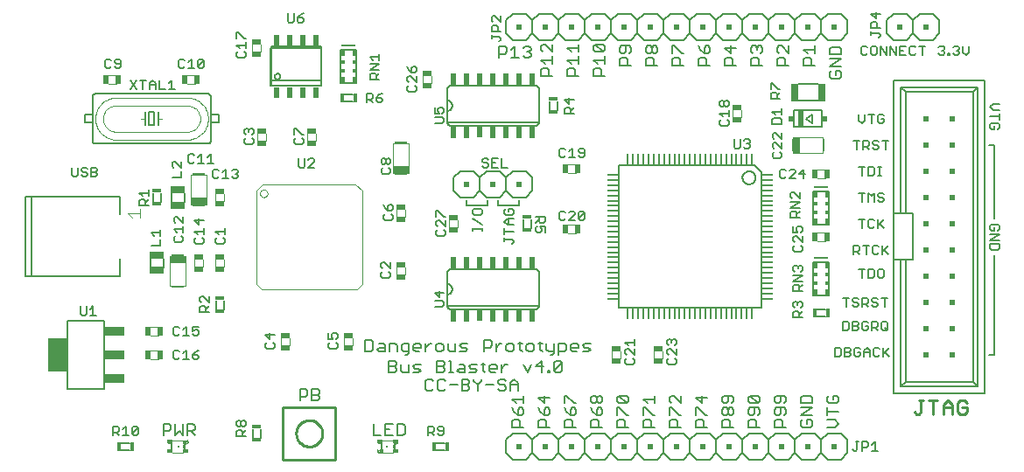
<source format=gto>
G75*
G70*
%OFA0B0*%
%FSLAX24Y24*%
%IPPOS*%
%LPD*%
%AMOC8*
5,1,8,0,0,1.08239X$1,22.5*
%
%ADD10C,0.0060*%
%ADD11C,0.0050*%
%ADD12C,0.0080*%
%ADD13R,0.0374X0.0197*%
%ADD14R,0.0374X0.0197*%
%ADD15C,0.0040*%
%ADD16R,0.0472X0.0079*%
%ADD17R,0.0591X0.0256*%
%ADD18R,0.0197X0.0374*%
%ADD19R,0.0197X0.0374*%
%ADD20R,0.0340X0.0160*%
%ADD21R,0.0551X0.0256*%
%ADD22R,0.0193X0.0433*%
%ADD23R,0.0160X0.0340*%
%ADD24R,0.0197X0.0128*%
%ADD25R,0.0098X0.0059*%
%ADD26R,0.0069X0.0157*%
%ADD27R,0.0079X0.0079*%
%ADD28R,0.0118X0.0118*%
%ADD29R,0.0030X0.0128*%
%ADD30R,0.0079X0.0472*%
%ADD31R,0.0256X0.0591*%
%ADD32R,0.0200X0.0200*%
%ADD33C,0.0090*%
%ADD34C,0.0039*%
%ADD35C,0.0086*%
%ADD36R,0.0106X0.0394*%
%ADD37R,0.0394X0.0106*%
%ADD38R,0.0200X0.0450*%
%ADD39R,0.0118X0.0236*%
%ADD40R,0.0118X0.0157*%
%ADD41R,0.0118X0.0197*%
%ADD42R,0.0551X0.0039*%
%ADD43R,0.0551X0.0079*%
%ADD44R,0.0039X0.0079*%
%ADD45R,0.0195X0.0240*%
%ADD46R,0.0197X0.0630*%
%ADD47R,0.0290X0.0690*%
%ADD48R,0.0730X0.1260*%
%ADD49R,0.0730X0.0340*%
%ADD50C,0.0020*%
D10*
X003783Y001061D02*
X004124Y001061D01*
X004124Y001342D02*
X003783Y001342D01*
X008813Y001531D02*
X008813Y001872D01*
X009094Y001872D02*
X009094Y001531D01*
X013984Y004032D02*
X014204Y004032D01*
X014277Y004105D01*
X014277Y004178D01*
X014204Y004252D01*
X013984Y004252D01*
X014204Y004252D02*
X014277Y004325D01*
X014277Y004399D01*
X014204Y004472D01*
X013984Y004472D01*
X013984Y004032D01*
X014444Y004105D02*
X014517Y004032D01*
X014737Y004032D01*
X014737Y004325D01*
X014904Y004252D02*
X014978Y004325D01*
X015198Y004325D01*
X015124Y004178D02*
X014978Y004178D01*
X014904Y004252D01*
X015124Y004178D02*
X015198Y004105D01*
X015124Y004032D01*
X014904Y004032D01*
X014444Y004105D02*
X014444Y004325D01*
X014611Y004685D02*
X014685Y004685D01*
X014758Y004758D01*
X014758Y005125D01*
X014538Y005125D01*
X014465Y005052D01*
X014465Y004905D01*
X014538Y004832D01*
X014758Y004832D01*
X014925Y004905D02*
X014925Y005052D01*
X014998Y005125D01*
X015145Y005125D01*
X015219Y005052D01*
X015219Y004978D01*
X014925Y004978D01*
X014925Y004905D02*
X014998Y004832D01*
X015145Y004832D01*
X015385Y004832D02*
X015385Y005125D01*
X015385Y004978D02*
X015532Y005125D01*
X015605Y005125D01*
X015769Y005052D02*
X015769Y004905D01*
X015842Y004832D01*
X015989Y004832D01*
X016063Y004905D01*
X016063Y005052D01*
X015989Y005125D01*
X015842Y005125D01*
X015769Y005052D01*
X016229Y005125D02*
X016229Y004905D01*
X016303Y004832D01*
X016523Y004832D01*
X016523Y005125D01*
X016690Y005052D02*
X016763Y005125D01*
X016983Y005125D01*
X016910Y004978D02*
X016983Y004905D01*
X016910Y004832D01*
X016690Y004832D01*
X016763Y004978D02*
X016690Y005052D01*
X016763Y004978D02*
X016910Y004978D01*
X017610Y004978D02*
X017831Y004978D01*
X017904Y005052D01*
X017904Y005199D01*
X017831Y005272D01*
X017610Y005272D01*
X017610Y004832D01*
X018071Y004832D02*
X018071Y005125D01*
X018217Y005125D02*
X018291Y005125D01*
X018217Y005125D02*
X018071Y004978D01*
X018454Y004905D02*
X018528Y004832D01*
X018674Y004832D01*
X018748Y004905D01*
X018748Y005052D01*
X018674Y005125D01*
X018528Y005125D01*
X018454Y005052D01*
X018454Y004905D01*
X018915Y005125D02*
X019061Y005125D01*
X018988Y005199D02*
X018988Y004905D01*
X019061Y004832D01*
X019222Y004905D02*
X019222Y005052D01*
X019295Y005125D01*
X019442Y005125D01*
X019515Y005052D01*
X019515Y004905D01*
X019442Y004832D01*
X019295Y004832D01*
X019222Y004905D01*
X019682Y005125D02*
X019829Y005125D01*
X019755Y005199D02*
X019755Y004905D01*
X019829Y004832D01*
X019989Y004905D02*
X019989Y005125D01*
X019989Y004905D02*
X020062Y004832D01*
X020282Y004832D01*
X020282Y004758D02*
X020209Y004685D01*
X020136Y004685D01*
X020282Y004758D02*
X020282Y005125D01*
X020449Y005125D02*
X020669Y005125D01*
X020743Y005052D01*
X020743Y004905D01*
X020669Y004832D01*
X020449Y004832D01*
X020449Y004685D02*
X020449Y005125D01*
X020910Y005052D02*
X020910Y004905D01*
X020983Y004832D01*
X021130Y004832D01*
X021203Y004978D02*
X020910Y004978D01*
X020910Y005052D02*
X020983Y005125D01*
X021130Y005125D01*
X021203Y005052D01*
X021203Y004978D01*
X021370Y005052D02*
X021443Y005125D01*
X021663Y005125D01*
X021590Y004978D02*
X021443Y004978D01*
X021370Y005052D01*
X021370Y004832D02*
X021590Y004832D01*
X021663Y004905D01*
X021590Y004978D01*
X020569Y004399D02*
X020495Y004472D01*
X020348Y004472D01*
X020275Y004399D01*
X020275Y004105D01*
X020569Y004399D01*
X020569Y004105D01*
X020495Y004032D01*
X020348Y004032D01*
X020275Y004105D01*
X020118Y004105D02*
X020118Y004032D01*
X020045Y004032D01*
X020045Y004105D01*
X020118Y004105D01*
X019878Y004252D02*
X019584Y004252D01*
X019805Y004472D01*
X019805Y004032D01*
X019418Y004325D02*
X019271Y004032D01*
X019124Y004325D01*
X018500Y004325D02*
X018427Y004325D01*
X018280Y004178D01*
X018280Y004032D02*
X018280Y004325D01*
X018113Y004252D02*
X018113Y004178D01*
X017820Y004178D01*
X017820Y004105D02*
X017820Y004252D01*
X017893Y004325D01*
X018040Y004325D01*
X018113Y004252D01*
X017893Y004032D02*
X017820Y004105D01*
X017893Y004032D02*
X018040Y004032D01*
X018219Y003772D02*
X018146Y003699D01*
X018146Y003625D01*
X018219Y003552D01*
X018366Y003552D01*
X018439Y003478D01*
X018439Y003405D01*
X018366Y003332D01*
X018219Y003332D01*
X018146Y003405D01*
X017979Y003552D02*
X017685Y003552D01*
X017519Y003699D02*
X017519Y003772D01*
X017519Y003699D02*
X017372Y003552D01*
X017372Y003332D01*
X017372Y003552D02*
X017225Y003699D01*
X017225Y003772D01*
X017058Y003699D02*
X017058Y003625D01*
X016985Y003552D01*
X016765Y003552D01*
X016598Y003552D02*
X016304Y003552D01*
X016137Y003699D02*
X016064Y003772D01*
X015917Y003772D01*
X015844Y003699D01*
X015844Y003405D01*
X015917Y003332D01*
X016064Y003332D01*
X016137Y003405D01*
X015677Y003405D02*
X015604Y003332D01*
X015457Y003332D01*
X015384Y003405D01*
X015384Y003699D01*
X015457Y003772D01*
X015604Y003772D01*
X015677Y003699D01*
X015825Y004032D02*
X016045Y004032D01*
X016119Y004105D01*
X016119Y004178D01*
X016045Y004252D01*
X015825Y004252D01*
X015825Y004472D02*
X016045Y004472D01*
X016119Y004399D01*
X016119Y004325D01*
X016045Y004252D01*
X015825Y004032D02*
X015825Y004472D01*
X016285Y004472D02*
X016359Y004472D01*
X016359Y004032D01*
X016432Y004032D02*
X016285Y004032D01*
X016592Y004105D02*
X016666Y004178D01*
X016886Y004178D01*
X016886Y004252D02*
X016886Y004032D01*
X016666Y004032D01*
X016592Y004105D01*
X016666Y004325D02*
X016812Y004325D01*
X016886Y004252D01*
X017053Y004252D02*
X017126Y004178D01*
X017273Y004178D01*
X017346Y004105D01*
X017273Y004032D01*
X017053Y004032D01*
X016985Y003772D02*
X016765Y003772D01*
X016765Y003332D01*
X016985Y003332D01*
X017058Y003405D01*
X017058Y003478D01*
X016985Y003552D01*
X017058Y003699D02*
X016985Y003772D01*
X017586Y004105D02*
X017660Y004032D01*
X017586Y004105D02*
X017586Y004399D01*
X017513Y004325D02*
X017660Y004325D01*
X017346Y004325D02*
X017126Y004325D01*
X017053Y004252D01*
X018219Y003772D02*
X018366Y003772D01*
X018439Y003699D01*
X018606Y003625D02*
X018753Y003772D01*
X018900Y003625D01*
X018900Y003332D01*
X018900Y003552D02*
X018606Y003552D01*
X018606Y003625D02*
X018606Y003332D01*
X019124Y003146D02*
X019124Y002852D01*
X019124Y002999D02*
X018683Y002999D01*
X018830Y002852D01*
X018977Y002686D02*
X018903Y002612D01*
X018903Y002392D01*
X019050Y002392D01*
X019124Y002465D01*
X019124Y002612D01*
X019050Y002686D01*
X018977Y002686D01*
X018757Y002539D02*
X018903Y002392D01*
X018903Y002225D02*
X018977Y002152D01*
X018977Y001932D01*
X019124Y001932D02*
X018683Y001932D01*
X018683Y002152D01*
X018757Y002225D01*
X018903Y002225D01*
X018757Y002539D02*
X018683Y002686D01*
X019683Y002686D02*
X019757Y002539D01*
X019903Y002392D01*
X019903Y002612D01*
X019977Y002686D01*
X020050Y002686D01*
X020124Y002612D01*
X020124Y002465D01*
X020050Y002392D01*
X019903Y002392D01*
X019903Y002225D02*
X019977Y002152D01*
X019977Y001932D01*
X020124Y001932D02*
X019683Y001932D01*
X019683Y002152D01*
X019757Y002225D01*
X019903Y002225D01*
X019704Y001702D02*
X020204Y001702D01*
X020454Y001452D01*
X020704Y001702D01*
X021204Y001702D01*
X021454Y001452D01*
X021704Y001702D01*
X022204Y001702D01*
X022454Y001452D01*
X022704Y001702D01*
X023204Y001702D01*
X023454Y001452D01*
X023704Y001702D01*
X024204Y001702D01*
X024454Y001452D01*
X024704Y001702D01*
X025204Y001702D01*
X025454Y001452D01*
X025704Y001702D01*
X026204Y001702D01*
X026454Y001452D01*
X026704Y001702D01*
X027204Y001702D01*
X027454Y001452D01*
X027704Y001702D01*
X028204Y001702D01*
X028454Y001452D01*
X028704Y001702D01*
X029204Y001702D01*
X029454Y001452D01*
X029704Y001702D01*
X030204Y001702D01*
X030454Y001452D01*
X030704Y001702D01*
X031204Y001702D01*
X031454Y001452D01*
X031454Y000952D01*
X031204Y000702D01*
X030704Y000702D01*
X030454Y000952D01*
X030204Y000702D01*
X029704Y000702D01*
X029454Y000952D01*
X029454Y001452D01*
X029454Y000952D02*
X029204Y000702D01*
X028704Y000702D01*
X028454Y000952D01*
X028204Y000702D01*
X027704Y000702D01*
X027454Y000952D01*
X027204Y000702D01*
X026704Y000702D01*
X026454Y000952D01*
X026454Y001452D01*
X026454Y000952D02*
X026204Y000702D01*
X025704Y000702D01*
X025454Y000952D01*
X025204Y000702D01*
X024704Y000702D01*
X024454Y000952D01*
X024204Y000702D01*
X023704Y000702D01*
X023454Y000952D01*
X023454Y001452D01*
X023454Y000952D02*
X023204Y000702D01*
X022704Y000702D01*
X022454Y000952D01*
X022204Y000702D01*
X021704Y000702D01*
X021454Y000952D01*
X021204Y000702D01*
X020704Y000702D01*
X020454Y000952D01*
X020454Y001452D01*
X020454Y000952D02*
X020204Y000702D01*
X019704Y000702D01*
X019454Y000952D01*
X019204Y000702D01*
X018704Y000702D01*
X018454Y000952D01*
X018454Y001452D01*
X018704Y001702D01*
X019204Y001702D01*
X019454Y001452D01*
X019704Y001702D01*
X019454Y001452D02*
X019454Y000952D01*
X020683Y001932D02*
X020683Y002152D01*
X020757Y002225D01*
X020903Y002225D01*
X020977Y002152D01*
X020977Y001932D01*
X021124Y001932D02*
X020683Y001932D01*
X020903Y002392D02*
X020903Y002612D01*
X020977Y002686D01*
X021050Y002686D01*
X021124Y002612D01*
X021124Y002465D01*
X021050Y002392D01*
X020903Y002392D01*
X020757Y002539D01*
X020683Y002686D01*
X020683Y002852D02*
X020683Y003146D01*
X020757Y003146D01*
X021050Y002852D01*
X021124Y002852D01*
X021683Y002926D02*
X021683Y003072D01*
X021757Y003146D01*
X021830Y003146D01*
X021903Y003072D01*
X021903Y002926D01*
X021830Y002852D01*
X021757Y002852D01*
X021683Y002926D01*
X021903Y002926D02*
X021977Y002852D01*
X022050Y002852D01*
X022124Y002926D01*
X022124Y003072D01*
X022050Y003146D01*
X021977Y003146D01*
X021903Y003072D01*
X021977Y002686D02*
X021903Y002612D01*
X021903Y002392D01*
X022050Y002392D01*
X022124Y002465D01*
X022124Y002612D01*
X022050Y002686D01*
X021977Y002686D01*
X021757Y002539D02*
X021903Y002392D01*
X021903Y002225D02*
X021977Y002152D01*
X021977Y001932D01*
X022124Y001932D02*
X021683Y001932D01*
X021683Y002152D01*
X021757Y002225D01*
X021903Y002225D01*
X021757Y002539D02*
X021683Y002686D01*
X022683Y002686D02*
X022683Y002392D01*
X022757Y002225D02*
X022903Y002225D01*
X022977Y002152D01*
X022977Y001932D01*
X023124Y001932D02*
X022683Y001932D01*
X022683Y002152D01*
X022757Y002225D01*
X023050Y002392D02*
X023124Y002392D01*
X023050Y002392D02*
X022757Y002686D01*
X022683Y002686D01*
X022757Y002852D02*
X022683Y002926D01*
X022683Y003072D01*
X022757Y003146D01*
X023050Y002852D01*
X023124Y002926D01*
X023124Y003072D01*
X023050Y003146D01*
X022757Y003146D01*
X022757Y002852D02*
X023050Y002852D01*
X023683Y002999D02*
X024124Y002999D01*
X024124Y002852D02*
X024124Y003146D01*
X024683Y003072D02*
X024683Y002926D01*
X024757Y002852D01*
X024757Y002686D02*
X025050Y002392D01*
X025124Y002392D01*
X024903Y002225D02*
X024977Y002152D01*
X024977Y001932D01*
X025124Y001932D02*
X024683Y001932D01*
X024683Y002152D01*
X024757Y002225D01*
X024903Y002225D01*
X024683Y002392D02*
X024683Y002686D01*
X024757Y002686D01*
X025124Y002852D02*
X024830Y003146D01*
X024757Y003146D01*
X024683Y003072D01*
X025124Y003146D02*
X025124Y002852D01*
X025683Y002686D02*
X025757Y002686D01*
X026050Y002392D01*
X026124Y002392D01*
X025903Y002225D02*
X025977Y002152D01*
X025977Y001932D01*
X026124Y001932D02*
X025683Y001932D01*
X025683Y002152D01*
X025757Y002225D01*
X025903Y002225D01*
X025683Y002392D02*
X025683Y002686D01*
X025903Y002852D02*
X025903Y003146D01*
X025683Y003072D02*
X025903Y002852D01*
X026124Y003072D02*
X025683Y003072D01*
X026683Y003072D02*
X026683Y002926D01*
X026757Y002852D01*
X026830Y002852D01*
X026903Y002926D01*
X026903Y003146D01*
X026757Y003146D02*
X026683Y003072D01*
X026757Y003146D02*
X027050Y003146D01*
X027124Y003072D01*
X027124Y002926D01*
X027050Y002852D01*
X027050Y002686D02*
X027124Y002612D01*
X027124Y002465D01*
X027050Y002392D01*
X026977Y002392D01*
X026903Y002465D01*
X026903Y002612D01*
X026977Y002686D01*
X027050Y002686D01*
X026903Y002612D02*
X026830Y002686D01*
X026757Y002686D01*
X026683Y002612D01*
X026683Y002465D01*
X026757Y002392D01*
X026830Y002392D01*
X026903Y002465D01*
X026903Y002225D02*
X026977Y002152D01*
X026977Y001932D01*
X027124Y001932D02*
X026683Y001932D01*
X026683Y002152D01*
X026757Y002225D01*
X026903Y002225D01*
X027683Y002152D02*
X027683Y001932D01*
X028124Y001932D01*
X027977Y001932D02*
X027977Y002152D01*
X027903Y002225D01*
X027757Y002225D01*
X027683Y002152D01*
X027757Y002392D02*
X027830Y002392D01*
X027903Y002465D01*
X027903Y002686D01*
X027757Y002686D02*
X028050Y002686D01*
X028124Y002612D01*
X028124Y002465D01*
X028050Y002392D01*
X027757Y002392D02*
X027683Y002465D01*
X027683Y002612D01*
X027757Y002686D01*
X027757Y002852D02*
X027683Y002926D01*
X027683Y003072D01*
X027757Y003146D01*
X028050Y002852D01*
X028124Y002926D01*
X028124Y003072D01*
X028050Y003146D01*
X027757Y003146D01*
X027757Y002852D02*
X028050Y002852D01*
X028683Y002926D02*
X028757Y002852D01*
X028830Y002852D01*
X028903Y002926D01*
X028903Y003146D01*
X028757Y003146D02*
X028683Y003072D01*
X028683Y002926D01*
X028757Y002686D02*
X028683Y002612D01*
X028683Y002465D01*
X028757Y002392D01*
X028830Y002392D01*
X028903Y002465D01*
X028903Y002686D01*
X028757Y002686D02*
X029050Y002686D01*
X029124Y002612D01*
X029124Y002465D01*
X029050Y002392D01*
X028903Y002225D02*
X028977Y002152D01*
X028977Y001932D01*
X029124Y001932D02*
X028683Y001932D01*
X028683Y002152D01*
X028757Y002225D01*
X028903Y002225D01*
X029683Y002152D02*
X029683Y002005D01*
X029757Y001932D01*
X030050Y001932D01*
X030124Y002005D01*
X030124Y002152D01*
X030050Y002225D01*
X029903Y002225D01*
X029903Y002078D01*
X029757Y002225D02*
X029683Y002152D01*
X029683Y002392D02*
X030124Y002686D01*
X029683Y002686D01*
X029683Y002852D02*
X029683Y003072D01*
X029757Y003146D01*
X030050Y003146D01*
X030124Y003072D01*
X030124Y002852D01*
X029683Y002852D01*
X029124Y002926D02*
X029124Y003072D01*
X029050Y003146D01*
X028757Y003146D01*
X029050Y002852D02*
X029124Y002926D01*
X029683Y002392D02*
X030124Y002392D01*
X030683Y002392D02*
X030683Y002686D01*
X030683Y002539D02*
X031124Y002539D01*
X030977Y002225D02*
X030683Y002225D01*
X030977Y002225D02*
X031124Y002078D01*
X030977Y001932D01*
X030683Y001932D01*
X030454Y001452D02*
X030454Y000952D01*
X028454Y000952D02*
X028454Y001452D01*
X027454Y001452D02*
X027454Y000952D01*
X025454Y000952D02*
X025454Y001452D01*
X024454Y001452D02*
X024454Y000952D01*
X024124Y001932D02*
X023683Y001932D01*
X023683Y002152D01*
X023757Y002225D01*
X023903Y002225D01*
X023977Y002152D01*
X023977Y001932D01*
X024050Y002392D02*
X024124Y002392D01*
X024050Y002392D02*
X023757Y002686D01*
X023683Y002686D01*
X023683Y002392D01*
X023830Y002852D02*
X023683Y002999D01*
X022454Y001452D02*
X022454Y000952D01*
X021454Y000952D02*
X021454Y001452D01*
X019903Y002852D02*
X019903Y003146D01*
X019683Y003072D02*
X019903Y002852D01*
X020124Y003072D02*
X019683Y003072D01*
X016124Y001342D02*
X015783Y001342D01*
X015783Y001061D02*
X016124Y001061D01*
X014298Y004832D02*
X014298Y005052D01*
X014224Y005125D01*
X014004Y005125D01*
X014004Y004832D01*
X013837Y004832D02*
X013837Y005052D01*
X013764Y005125D01*
X013617Y005125D01*
X013617Y004978D02*
X013837Y004978D01*
X013837Y004832D02*
X013617Y004832D01*
X013544Y004905D01*
X013617Y004978D01*
X013377Y004905D02*
X013377Y005199D01*
X013304Y005272D01*
X013084Y005272D01*
X013084Y004832D01*
X013304Y004832D01*
X013377Y004905D01*
X016354Y006432D02*
X019554Y006432D01*
X019577Y006434D01*
X019600Y006439D01*
X019622Y006448D01*
X019642Y006461D01*
X019660Y006476D01*
X019675Y006494D01*
X019688Y006514D01*
X019697Y006536D01*
X019702Y006559D01*
X019704Y006582D01*
X019704Y007822D01*
X019702Y007845D01*
X019697Y007868D01*
X019688Y007890D01*
X019675Y007910D01*
X019660Y007928D01*
X019642Y007943D01*
X019622Y007956D01*
X019600Y007965D01*
X019577Y007970D01*
X019554Y007972D01*
X016354Y007972D01*
X016331Y007970D01*
X016308Y007965D01*
X016286Y007956D01*
X016266Y007943D01*
X016248Y007928D01*
X016233Y007910D01*
X016220Y007890D01*
X016211Y007868D01*
X016206Y007845D01*
X016204Y007822D01*
X016204Y007402D01*
X016204Y007002D01*
X016204Y006582D01*
X016204Y006572D02*
X019704Y006572D01*
X016354Y006432D02*
X016331Y006434D01*
X016308Y006439D01*
X016286Y006448D01*
X016266Y006461D01*
X016248Y006476D01*
X016233Y006494D01*
X016220Y006514D01*
X016211Y006536D01*
X016206Y006559D01*
X016204Y006582D01*
X016204Y007002D02*
X016231Y007004D01*
X016258Y007009D01*
X016284Y007019D01*
X016308Y007031D01*
X016330Y007047D01*
X016350Y007065D01*
X016367Y007087D01*
X016382Y007110D01*
X016392Y007135D01*
X016400Y007161D01*
X016404Y007188D01*
X016404Y007216D01*
X016400Y007243D01*
X016392Y007269D01*
X016382Y007294D01*
X016367Y007317D01*
X016350Y007339D01*
X016330Y007357D01*
X016308Y007373D01*
X016284Y007385D01*
X016258Y007395D01*
X016231Y007400D01*
X016204Y007402D01*
X019113Y009531D02*
X019113Y009872D01*
X019394Y009872D02*
X019394Y009531D01*
X019204Y010702D02*
X018704Y010702D01*
X018454Y010952D01*
X018204Y010702D01*
X017704Y010702D01*
X017454Y010952D01*
X017204Y010702D01*
X016704Y010702D01*
X016454Y010952D01*
X016454Y011452D01*
X016704Y011702D01*
X017204Y011702D01*
X017454Y011452D01*
X017704Y011702D01*
X018204Y011702D01*
X018454Y011452D01*
X018704Y011702D01*
X019204Y011702D01*
X019454Y011452D01*
X019454Y010952D01*
X019204Y010702D01*
X018454Y010952D02*
X018454Y011452D01*
X017454Y011452D02*
X017454Y010952D01*
X016354Y013432D02*
X019554Y013432D01*
X019577Y013434D01*
X019600Y013439D01*
X019622Y013448D01*
X019642Y013461D01*
X019660Y013476D01*
X019675Y013494D01*
X019688Y013514D01*
X019697Y013536D01*
X019702Y013559D01*
X019704Y013582D01*
X019704Y014822D01*
X019702Y014845D01*
X019697Y014868D01*
X019688Y014890D01*
X019675Y014910D01*
X019660Y014928D01*
X019642Y014943D01*
X019622Y014956D01*
X019600Y014965D01*
X019577Y014970D01*
X019554Y014972D01*
X016354Y014972D01*
X016331Y014970D01*
X016308Y014965D01*
X016286Y014956D01*
X016266Y014943D01*
X016248Y014928D01*
X016233Y014910D01*
X016220Y014890D01*
X016211Y014868D01*
X016206Y014845D01*
X016204Y014822D01*
X016204Y014402D01*
X016204Y014002D01*
X016204Y013582D01*
X016204Y013572D02*
X019704Y013572D01*
X020113Y014031D02*
X020113Y014372D01*
X020394Y014372D02*
X020394Y014031D01*
X020224Y015332D02*
X019783Y015332D01*
X019783Y015552D01*
X019857Y015625D01*
X020003Y015625D01*
X020077Y015552D01*
X020077Y015332D01*
X020224Y015792D02*
X020224Y016086D01*
X020224Y015939D02*
X019783Y015939D01*
X019930Y015792D01*
X019398Y016105D02*
X019324Y016032D01*
X019178Y016032D01*
X019104Y016105D01*
X018937Y016032D02*
X018644Y016032D01*
X018791Y016032D02*
X018791Y016472D01*
X018644Y016325D01*
X018477Y016252D02*
X018404Y016178D01*
X018184Y016178D01*
X018184Y016032D02*
X018184Y016472D01*
X018404Y016472D01*
X018477Y016399D01*
X018477Y016252D01*
X019104Y016399D02*
X019178Y016472D01*
X019324Y016472D01*
X019398Y016399D01*
X019398Y016325D01*
X019324Y016252D01*
X019398Y016178D01*
X019398Y016105D01*
X019324Y016252D02*
X019251Y016252D01*
X019783Y016326D02*
X019783Y016472D01*
X019857Y016546D01*
X019930Y016546D01*
X020224Y016252D01*
X020224Y016546D01*
X020204Y016702D02*
X019704Y016702D01*
X019454Y016952D01*
X019204Y016702D01*
X018704Y016702D01*
X018454Y016952D01*
X018454Y017452D01*
X018704Y017702D01*
X019204Y017702D01*
X019454Y017452D01*
X019704Y017702D01*
X020204Y017702D01*
X020454Y017452D01*
X020704Y017702D01*
X021204Y017702D01*
X021454Y017452D01*
X021704Y017702D01*
X022204Y017702D01*
X022454Y017452D01*
X022704Y017702D01*
X023204Y017702D01*
X023454Y017452D01*
X023704Y017702D01*
X024204Y017702D01*
X024454Y017452D01*
X024704Y017702D01*
X025204Y017702D01*
X025454Y017452D01*
X025704Y017702D01*
X026204Y017702D01*
X026454Y017452D01*
X026704Y017702D01*
X027204Y017702D01*
X027454Y017452D01*
X027704Y017702D01*
X028204Y017702D01*
X028454Y017452D01*
X028704Y017702D01*
X029204Y017702D01*
X029454Y017452D01*
X029704Y017702D01*
X030204Y017702D01*
X030454Y017452D01*
X030704Y017702D01*
X031204Y017702D01*
X031454Y017452D01*
X031454Y016952D01*
X031204Y016702D01*
X030704Y016702D01*
X030454Y016952D01*
X030204Y016702D01*
X029704Y016702D01*
X029454Y016952D01*
X029454Y017452D01*
X029454Y016952D02*
X029204Y016702D01*
X028704Y016702D01*
X028454Y016952D01*
X028204Y016702D01*
X027704Y016702D01*
X027454Y016952D01*
X027204Y016702D01*
X026704Y016702D01*
X026454Y016952D01*
X026454Y017452D01*
X026454Y016952D02*
X026204Y016702D01*
X025704Y016702D01*
X025454Y016952D01*
X025204Y016702D01*
X024704Y016702D01*
X024454Y016952D01*
X024204Y016702D01*
X023704Y016702D01*
X023454Y016952D01*
X023454Y017452D01*
X023454Y016952D02*
X023204Y016702D01*
X022704Y016702D01*
X022454Y016952D01*
X022204Y016702D01*
X021704Y016702D01*
X021454Y016952D01*
X021204Y016702D01*
X020704Y016702D01*
X020454Y016952D01*
X020454Y017452D01*
X020454Y016952D02*
X020204Y016702D01*
X019783Y016326D02*
X019857Y016252D01*
X020783Y016399D02*
X020930Y016252D01*
X020783Y016399D02*
X021224Y016399D01*
X021224Y016252D02*
X021224Y016546D01*
X021783Y016472D02*
X021783Y016326D01*
X021857Y016252D01*
X022150Y016252D01*
X021857Y016546D01*
X022150Y016546D01*
X022224Y016472D01*
X022224Y016326D01*
X022150Y016252D01*
X022224Y016086D02*
X022224Y015792D01*
X022224Y015939D02*
X021783Y015939D01*
X021930Y015792D01*
X022003Y015625D02*
X022077Y015552D01*
X022077Y015332D01*
X022224Y015332D02*
X021783Y015332D01*
X021783Y015552D01*
X021857Y015625D01*
X022003Y015625D01*
X022783Y015732D02*
X022783Y015952D01*
X022857Y016025D01*
X023003Y016025D01*
X023077Y015952D01*
X023077Y015732D01*
X023224Y015732D02*
X022783Y015732D01*
X022857Y016192D02*
X022930Y016192D01*
X023003Y016265D01*
X023003Y016486D01*
X022857Y016486D02*
X023150Y016486D01*
X023224Y016412D01*
X023224Y016265D01*
X023150Y016192D01*
X022857Y016192D02*
X022783Y016265D01*
X022783Y016412D01*
X022857Y016486D01*
X021857Y016546D02*
X021783Y016472D01*
X021224Y016086D02*
X021224Y015792D01*
X021224Y015939D02*
X020783Y015939D01*
X020930Y015792D01*
X021003Y015625D02*
X021077Y015552D01*
X021077Y015332D01*
X021224Y015332D02*
X020783Y015332D01*
X020783Y015552D01*
X020857Y015625D01*
X021003Y015625D01*
X021454Y016952D02*
X021454Y017452D01*
X022454Y017452D02*
X022454Y016952D01*
X023783Y016412D02*
X023783Y016265D01*
X023857Y016192D01*
X023930Y016192D01*
X024003Y016265D01*
X024003Y016412D01*
X024077Y016486D01*
X024150Y016486D01*
X024224Y016412D01*
X024224Y016265D01*
X024150Y016192D01*
X024077Y016192D01*
X024003Y016265D01*
X024003Y016412D02*
X023930Y016486D01*
X023857Y016486D01*
X023783Y016412D01*
X023857Y016025D02*
X024003Y016025D01*
X024077Y015952D01*
X024077Y015732D01*
X024224Y015732D02*
X023783Y015732D01*
X023783Y015952D01*
X023857Y016025D01*
X024783Y015952D02*
X024783Y015732D01*
X025224Y015732D01*
X025077Y015732D02*
X025077Y015952D01*
X025003Y016025D01*
X024857Y016025D01*
X024783Y015952D01*
X024783Y016192D02*
X024783Y016486D01*
X024857Y016486D01*
X025150Y016192D01*
X025224Y016192D01*
X025783Y015952D02*
X025857Y016025D01*
X026003Y016025D01*
X026077Y015952D01*
X026077Y015732D01*
X026224Y015732D02*
X025783Y015732D01*
X025783Y015952D01*
X026003Y016192D02*
X026003Y016412D01*
X026077Y016486D01*
X026150Y016486D01*
X026224Y016412D01*
X026224Y016265D01*
X026150Y016192D01*
X026003Y016192D01*
X025857Y016339D01*
X025783Y016486D01*
X025454Y016952D02*
X025454Y017452D01*
X024454Y017452D02*
X024454Y016952D01*
X026783Y016412D02*
X027003Y016192D01*
X027003Y016486D01*
X026783Y016412D02*
X027224Y016412D01*
X027783Y016412D02*
X027783Y016265D01*
X027857Y016192D01*
X027857Y016025D02*
X028003Y016025D01*
X028077Y015952D01*
X028077Y015732D01*
X028224Y015732D02*
X027783Y015732D01*
X027783Y015952D01*
X027857Y016025D01*
X028150Y016192D02*
X028224Y016265D01*
X028224Y016412D01*
X028150Y016486D01*
X028077Y016486D01*
X028003Y016412D01*
X028003Y016339D01*
X028003Y016412D02*
X027930Y016486D01*
X027857Y016486D01*
X027783Y016412D01*
X027077Y015952D02*
X027003Y016025D01*
X026857Y016025D01*
X026783Y015952D01*
X026783Y015732D01*
X027224Y015732D01*
X027077Y015732D02*
X027077Y015952D01*
X028783Y015952D02*
X028783Y015732D01*
X029224Y015732D01*
X029077Y015732D02*
X029077Y015952D01*
X029003Y016025D01*
X028857Y016025D01*
X028783Y015952D01*
X028857Y016192D02*
X028783Y016265D01*
X028783Y016412D01*
X028857Y016486D01*
X028930Y016486D01*
X029224Y016192D01*
X029224Y016486D01*
X029783Y016339D02*
X029930Y016192D01*
X030003Y016025D02*
X030077Y015952D01*
X030077Y015732D01*
X030224Y015732D02*
X029783Y015732D01*
X029783Y015952D01*
X029857Y016025D01*
X030003Y016025D01*
X030224Y016192D02*
X030224Y016486D01*
X030224Y016339D02*
X029783Y016339D01*
X030783Y016372D02*
X030783Y016152D01*
X031224Y016152D01*
X031224Y016372D01*
X031150Y016446D01*
X030857Y016446D01*
X030783Y016372D01*
X030783Y015986D02*
X031224Y015986D01*
X030783Y015692D01*
X031224Y015692D01*
X031150Y015525D02*
X031003Y015525D01*
X031003Y015378D01*
X030857Y015232D02*
X031150Y015232D01*
X031224Y015305D01*
X031224Y015452D01*
X031150Y015525D01*
X030857Y015525D02*
X030783Y015452D01*
X030783Y015305D01*
X030857Y015232D01*
X030329Y015022D02*
X029574Y015022D01*
X029574Y014382D02*
X030329Y014382D01*
X033221Y015178D02*
X036686Y015178D01*
X036686Y003225D01*
X033221Y003225D01*
X033221Y008316D01*
X033946Y008316D01*
X033946Y010087D01*
X033674Y010087D01*
X033221Y010087D01*
X033221Y015178D01*
X033493Y014906D02*
X033674Y014725D01*
X033674Y010087D01*
X033493Y010087D02*
X033493Y014906D01*
X036414Y014906D01*
X036233Y014725D01*
X033674Y014725D01*
X036233Y014725D02*
X036233Y003678D01*
X036414Y003497D01*
X033493Y003497D01*
X033674Y003678D01*
X033674Y008316D01*
X033493Y008316D02*
X033493Y003497D01*
X033674Y003678D02*
X036233Y003678D01*
X036414Y003497D02*
X036414Y014906D01*
X034704Y016702D02*
X034204Y016702D01*
X033954Y016952D01*
X033704Y016702D01*
X033204Y016702D01*
X032954Y016952D01*
X032954Y017452D01*
X033204Y017702D01*
X033704Y017702D01*
X033954Y017452D01*
X034204Y017702D01*
X034704Y017702D01*
X034954Y017452D01*
X034954Y016952D01*
X034704Y016702D01*
X033954Y016952D02*
X033954Y017452D01*
X030454Y017452D02*
X030454Y016952D01*
X028454Y016952D02*
X028454Y017452D01*
X027454Y017452D02*
X027454Y016952D01*
X019454Y016952D02*
X019454Y017452D01*
X016204Y014402D02*
X016231Y014400D01*
X016258Y014395D01*
X016284Y014385D01*
X016308Y014373D01*
X016330Y014357D01*
X016350Y014339D01*
X016367Y014317D01*
X016382Y014294D01*
X016392Y014269D01*
X016400Y014243D01*
X016404Y014216D01*
X016404Y014188D01*
X016400Y014161D01*
X016392Y014135D01*
X016382Y014110D01*
X016367Y014087D01*
X016350Y014065D01*
X016330Y014047D01*
X016308Y014031D01*
X016284Y014019D01*
X016258Y014009D01*
X016231Y014004D01*
X016204Y014002D01*
X016204Y013582D02*
X016206Y013559D01*
X016211Y013536D01*
X016220Y013514D01*
X016233Y013494D01*
X016248Y013476D01*
X016266Y013461D01*
X016286Y013448D01*
X016308Y013439D01*
X016331Y013434D01*
X016354Y013432D01*
X012624Y014361D02*
X012283Y014361D01*
X012283Y014642D02*
X012624Y014642D01*
X007504Y013852D02*
X007504Y013552D01*
X007204Y013552D01*
X007204Y013252D01*
X007204Y012852D01*
X007202Y012835D01*
X007198Y012818D01*
X007191Y012802D01*
X007181Y012788D01*
X007168Y012775D01*
X007154Y012765D01*
X007138Y012758D01*
X007121Y012754D01*
X007104Y012752D01*
X002804Y012752D01*
X002787Y012754D01*
X002770Y012758D01*
X002754Y012765D01*
X002740Y012775D01*
X002727Y012788D01*
X002717Y012802D01*
X002710Y012818D01*
X002706Y012835D01*
X002704Y012852D01*
X002704Y013252D01*
X002704Y014152D01*
X002704Y014552D01*
X002706Y014569D01*
X002710Y014586D01*
X002717Y014602D01*
X002727Y014616D01*
X002740Y014629D01*
X002754Y014639D01*
X002770Y014646D01*
X002787Y014650D01*
X002804Y014652D01*
X007104Y014652D01*
X007121Y014650D01*
X007138Y014646D01*
X007154Y014639D01*
X007168Y014629D01*
X007181Y014616D01*
X007191Y014602D01*
X007198Y014586D01*
X007202Y014569D01*
X007204Y014552D01*
X007204Y014152D01*
X007204Y013852D01*
X007504Y013852D01*
X007204Y013852D02*
X007204Y013552D01*
X005204Y013452D02*
X005204Y013702D01*
X005204Y013952D01*
X005054Y013952D02*
X004854Y013952D01*
X004854Y013452D01*
X005054Y013452D01*
X005054Y013952D01*
X004704Y013952D02*
X004704Y013702D01*
X004704Y013452D01*
X002704Y013552D02*
X002404Y013552D01*
X002404Y013852D01*
X002704Y013852D01*
X005013Y010872D02*
X005013Y010531D01*
X005294Y010531D02*
X005294Y010872D01*
X005704Y010863D02*
X005704Y010540D01*
X006204Y010540D02*
X006204Y010863D01*
X005404Y008363D02*
X005404Y008040D01*
X004904Y008040D02*
X004904Y008363D01*
X007413Y006772D02*
X007413Y006431D01*
X007694Y006431D02*
X007694Y006772D01*
X030283Y006442D02*
X030624Y006442D01*
X030624Y006161D02*
X030283Y006161D01*
X033221Y008316D02*
X033221Y010087D01*
X031050Y003146D02*
X030903Y003146D01*
X030903Y002999D01*
X030757Y002852D02*
X031050Y002852D01*
X031124Y002926D01*
X031124Y003072D01*
X031050Y003146D01*
X030757Y003146D02*
X030683Y003072D01*
X030683Y002926D01*
X030757Y002852D01*
D11*
X003479Y001977D02*
X003479Y001627D01*
X003479Y001743D02*
X003654Y001743D01*
X003712Y001802D01*
X003712Y001918D01*
X003654Y001977D01*
X003479Y001977D01*
X003595Y001743D02*
X003712Y001627D01*
X003847Y001627D02*
X004080Y001627D01*
X003964Y001627D02*
X003964Y001977D01*
X003847Y001860D01*
X004215Y001918D02*
X004215Y001685D01*
X004449Y001918D01*
X004449Y001685D01*
X004390Y001627D01*
X004274Y001627D01*
X004215Y001685D01*
X004215Y001918D02*
X004274Y001977D01*
X004390Y001977D01*
X004449Y001918D01*
X008178Y002017D02*
X008178Y002133D01*
X008237Y002192D01*
X008295Y002192D01*
X008353Y002133D01*
X008353Y002017D01*
X008295Y001958D01*
X008237Y001958D01*
X008178Y002017D01*
X008353Y002017D02*
X008412Y001958D01*
X008470Y001958D01*
X008529Y002017D01*
X008529Y002133D01*
X008470Y002192D01*
X008412Y002192D01*
X008353Y002133D01*
X008353Y001823D02*
X008237Y001823D01*
X008178Y001765D01*
X008178Y001590D01*
X008529Y001590D01*
X008412Y001590D02*
X008412Y001765D01*
X008353Y001823D01*
X008412Y001707D02*
X008529Y001823D01*
X006690Y004527D02*
X006749Y004585D01*
X006749Y004643D01*
X006690Y004702D01*
X006515Y004702D01*
X006515Y004585D01*
X006574Y004527D01*
X006690Y004527D01*
X006515Y004702D02*
X006632Y004818D01*
X006749Y004877D01*
X006264Y004877D02*
X006147Y004760D01*
X006012Y004818D02*
X005954Y004877D01*
X005837Y004877D01*
X005779Y004818D01*
X005779Y004585D01*
X005837Y004527D01*
X005954Y004527D01*
X006012Y004585D01*
X006147Y004527D02*
X006380Y004527D01*
X006264Y004527D02*
X006264Y004877D01*
X006264Y005427D02*
X006264Y005777D01*
X006147Y005660D01*
X006012Y005718D02*
X005954Y005777D01*
X005837Y005777D01*
X005779Y005718D01*
X005779Y005485D01*
X005837Y005427D01*
X005954Y005427D01*
X006012Y005485D01*
X006147Y005427D02*
X006380Y005427D01*
X006515Y005485D02*
X006574Y005427D01*
X006690Y005427D01*
X006749Y005485D01*
X006749Y005602D01*
X006690Y005660D01*
X006632Y005660D01*
X006515Y005602D01*
X006515Y005777D01*
X006749Y005777D01*
X006778Y006327D02*
X006778Y006502D01*
X006837Y006560D01*
X006953Y006560D01*
X007012Y006502D01*
X007012Y006327D01*
X007012Y006443D02*
X007129Y006560D01*
X007129Y006695D02*
X006895Y006928D01*
X006837Y006928D01*
X006778Y006870D01*
X006778Y006753D01*
X006837Y006695D01*
X007129Y006695D02*
X007129Y006928D01*
X007129Y006327D02*
X006778Y006327D01*
X009278Y005470D02*
X009453Y005295D01*
X009453Y005528D01*
X009278Y005470D02*
X009629Y005470D01*
X009570Y005160D02*
X009629Y005102D01*
X009629Y004985D01*
X009570Y004927D01*
X009337Y004927D01*
X009278Y004985D01*
X009278Y005102D01*
X009337Y005160D01*
X011678Y005102D02*
X011678Y004985D01*
X011737Y004927D01*
X011970Y004927D01*
X012029Y004985D01*
X012029Y005102D01*
X011970Y005160D01*
X011970Y005295D02*
X012029Y005353D01*
X012029Y005470D01*
X011970Y005528D01*
X011853Y005528D01*
X011795Y005470D01*
X011795Y005412D01*
X011853Y005295D01*
X011678Y005295D01*
X011678Y005528D01*
X011737Y005160D02*
X011678Y005102D01*
X015728Y006527D02*
X016020Y006527D01*
X016079Y006585D01*
X016079Y006702D01*
X016020Y006760D01*
X015728Y006760D01*
X015903Y006895D02*
X015903Y007128D01*
X015728Y007070D02*
X016079Y007070D01*
X015903Y006895D02*
X015728Y007070D01*
X014029Y007685D02*
X014029Y007802D01*
X013970Y007860D01*
X014029Y007802D01*
X014029Y007685D01*
X013970Y007627D01*
X013737Y007627D01*
X013678Y007685D01*
X013678Y007802D01*
X013737Y007860D01*
X013678Y007802D01*
X013678Y007685D01*
X013737Y007627D01*
X013970Y007627D01*
X014029Y007685D01*
X014029Y007802D01*
X013970Y007860D01*
X014029Y007802D01*
X014029Y007685D01*
X013970Y007627D01*
X013737Y007627D01*
X013678Y007685D01*
X013678Y007802D01*
X013737Y007860D01*
X013678Y007802D01*
X013678Y007685D01*
X013737Y007627D01*
X013970Y007627D01*
X014029Y007685D01*
X014029Y007802D01*
X013970Y007860D01*
X014029Y007802D01*
X014029Y007685D01*
X013970Y007627D01*
X013737Y007627D01*
X013678Y007685D01*
X013678Y007802D01*
X013737Y007860D01*
X013678Y007802D01*
X013678Y007685D01*
X013737Y007627D01*
X013970Y007627D01*
X014029Y007685D01*
X014029Y007802D01*
X013970Y007860D01*
X014029Y007802D01*
X014029Y007685D01*
X013970Y007627D01*
X013737Y007627D01*
X013678Y007685D01*
X013678Y007802D01*
X013737Y007860D01*
X013678Y007802D01*
X013678Y007685D01*
X013737Y007627D01*
X013970Y007627D01*
X014029Y007685D01*
X014029Y007802D01*
X013970Y007860D01*
X014029Y007802D01*
X014029Y007685D01*
X013970Y007627D01*
X013737Y007627D01*
X013678Y007685D01*
X013678Y007802D01*
X013737Y007860D01*
X013678Y007802D01*
X013678Y007685D01*
X013737Y007627D01*
X013970Y007627D01*
X014029Y007685D01*
X014029Y007802D01*
X013970Y007860D01*
X014029Y007995D02*
X013795Y008228D01*
X013737Y008228D01*
X013678Y008170D01*
X013678Y008053D01*
X013737Y007995D01*
X013678Y008053D01*
X013678Y008170D01*
X013737Y008228D01*
X013795Y008228D01*
X014029Y007995D01*
X014029Y008228D01*
X014029Y007995D01*
X013795Y008228D01*
X013737Y008228D01*
X013678Y008170D01*
X013678Y008053D01*
X013737Y007995D01*
X013678Y008053D01*
X013678Y008170D01*
X013737Y008228D01*
X013795Y008228D01*
X014029Y007995D01*
X014029Y008228D01*
X014029Y007995D01*
X013795Y008228D01*
X013737Y008228D01*
X013678Y008170D01*
X013678Y008053D01*
X013737Y007995D01*
X013678Y008053D01*
X013678Y008170D01*
X013737Y008228D01*
X013795Y008228D01*
X014029Y007995D01*
X014029Y008228D01*
X014029Y007995D01*
X013795Y008228D01*
X013737Y008228D01*
X013678Y008170D01*
X013678Y008053D01*
X013737Y007995D01*
X013678Y008053D01*
X013678Y008170D01*
X013737Y008228D01*
X013795Y008228D01*
X014029Y007995D01*
X014029Y008228D01*
X014029Y007995D01*
X013795Y008228D01*
X013737Y008228D01*
X013678Y008170D01*
X013678Y008053D01*
X013737Y007995D01*
X013678Y008053D01*
X013678Y008170D01*
X013737Y008228D01*
X013795Y008228D01*
X014029Y007995D01*
X014029Y008228D01*
X014029Y007995D01*
X013795Y008228D01*
X013737Y008228D01*
X013678Y008170D01*
X013678Y008053D01*
X013737Y007995D01*
X013737Y007860D02*
X013678Y007802D01*
X013678Y007685D01*
X013737Y007627D01*
X013970Y007627D01*
X014029Y007685D01*
X014029Y007995D02*
X014029Y008228D01*
X015778Y009285D02*
X015837Y009227D01*
X016070Y009227D01*
X016129Y009285D01*
X016129Y009402D01*
X016070Y009460D01*
X016129Y009595D02*
X015895Y009828D01*
X015837Y009828D01*
X015778Y009770D01*
X015778Y009653D01*
X015837Y009595D01*
X015837Y009460D02*
X015778Y009402D01*
X015778Y009285D01*
X016129Y009595D02*
X016129Y009828D01*
X016129Y009963D02*
X016070Y009963D01*
X015837Y010197D01*
X015778Y010197D01*
X015778Y009963D01*
X017178Y009906D02*
X017529Y009672D01*
X017529Y009543D02*
X017529Y009427D01*
X017529Y009485D02*
X017178Y009485D01*
X017178Y009427D02*
X017178Y009543D01*
X017237Y010040D02*
X017470Y010040D01*
X017529Y010099D01*
X017529Y010216D01*
X017470Y010274D01*
X017237Y010274D01*
X017178Y010216D01*
X017178Y010099D01*
X017237Y010040D01*
X018378Y010090D02*
X018437Y010031D01*
X018670Y010031D01*
X018729Y010090D01*
X018729Y010207D01*
X018670Y010265D01*
X018553Y010265D01*
X018553Y010148D01*
X018437Y010265D02*
X018378Y010207D01*
X018378Y010090D01*
X018495Y009897D02*
X018378Y009780D01*
X018495Y009663D01*
X018729Y009663D01*
X018553Y009663D02*
X018553Y009897D01*
X018495Y009897D02*
X018729Y009897D01*
X018729Y009412D02*
X018378Y009412D01*
X018378Y009528D02*
X018378Y009295D01*
X018378Y009160D02*
X018378Y009043D01*
X018378Y009102D02*
X018670Y009102D01*
X018729Y009043D01*
X018729Y008985D01*
X018670Y008927D01*
X019579Y009433D02*
X019579Y009550D01*
X019637Y009608D01*
X019754Y009608D02*
X019812Y009492D01*
X019812Y009433D01*
X019754Y009375D01*
X019637Y009375D01*
X019579Y009433D01*
X019754Y009608D02*
X019929Y009608D01*
X019929Y009375D01*
X019870Y009743D02*
X019754Y009743D01*
X019695Y009801D01*
X019695Y009977D01*
X019579Y009977D02*
X019929Y009977D01*
X019929Y009801D01*
X019870Y009743D01*
X019695Y009860D02*
X019579Y009743D01*
X020479Y009885D02*
X020479Y010118D01*
X020537Y010177D01*
X020654Y010177D01*
X020712Y010118D01*
X020847Y010118D02*
X020905Y010177D01*
X021022Y010177D01*
X021080Y010118D01*
X021080Y010060D01*
X020847Y009827D01*
X021080Y009827D01*
X021215Y009885D02*
X021449Y010118D01*
X021449Y009885D01*
X021390Y009827D01*
X021274Y009827D01*
X021215Y009885D01*
X021215Y010118D01*
X021274Y010177D01*
X021390Y010177D01*
X021449Y010118D01*
X020712Y009885D02*
X020654Y009827D01*
X020537Y009827D01*
X020479Y009885D01*
X018519Y011847D02*
X018285Y011847D01*
X018285Y012197D01*
X018150Y012197D02*
X017917Y012197D01*
X017917Y011847D01*
X018150Y011847D01*
X018034Y012022D02*
X017917Y012022D01*
X017782Y011963D02*
X017782Y011905D01*
X017724Y011847D01*
X017607Y011847D01*
X017549Y011905D01*
X017607Y012022D02*
X017724Y012022D01*
X017782Y011963D01*
X017782Y012138D02*
X017724Y012197D01*
X017607Y012197D01*
X017549Y012138D01*
X017549Y012080D01*
X017607Y012022D01*
X016079Y013585D02*
X016079Y013702D01*
X016020Y013760D01*
X015728Y013760D01*
X015728Y013895D02*
X015903Y013895D01*
X015845Y014012D01*
X015845Y014070D01*
X015903Y014128D01*
X016020Y014128D01*
X016079Y014070D01*
X016079Y013953D01*
X016020Y013895D01*
X015728Y013895D02*
X015728Y014128D01*
X015728Y013527D02*
X016020Y013527D01*
X016079Y013585D01*
X013744Y014385D02*
X013685Y014327D01*
X013569Y014327D01*
X013510Y014385D01*
X013510Y014502D01*
X013685Y014502D01*
X013744Y014443D01*
X013744Y014385D01*
X013627Y014618D02*
X013510Y014502D01*
X013375Y014502D02*
X013317Y014443D01*
X013142Y014443D01*
X013142Y014327D02*
X013142Y014677D01*
X013317Y014677D01*
X013375Y014618D01*
X013375Y014502D01*
X013259Y014443D02*
X013375Y014327D01*
X013627Y014618D02*
X013744Y014677D01*
X013616Y015209D02*
X013266Y015209D01*
X013266Y015384D01*
X013324Y015443D01*
X013441Y015443D01*
X013499Y015384D01*
X013499Y015209D01*
X013499Y015326D02*
X013616Y015443D01*
X013616Y015577D02*
X013266Y015577D01*
X013616Y015811D01*
X013266Y015811D01*
X013382Y015946D02*
X013266Y016062D01*
X013616Y016062D01*
X013616Y015946D02*
X013616Y016179D01*
X014678Y015697D02*
X014737Y015580D01*
X014853Y015463D01*
X014853Y015638D01*
X014912Y015697D01*
X014970Y015697D01*
X015029Y015638D01*
X015029Y015522D01*
X014970Y015463D01*
X014853Y015463D01*
X014795Y015328D02*
X014737Y015328D01*
X014678Y015270D01*
X014678Y015153D01*
X014737Y015095D01*
X014737Y014960D02*
X014678Y014902D01*
X014678Y014785D01*
X014737Y014727D01*
X014970Y014727D01*
X015029Y014785D01*
X015029Y014902D01*
X014970Y014960D01*
X015029Y015095D02*
X014795Y015328D01*
X015029Y015328D02*
X015029Y015095D01*
X017898Y016768D02*
X017898Y016885D01*
X017898Y016827D02*
X018190Y016827D01*
X018249Y016768D01*
X018249Y016710D01*
X018190Y016652D01*
X018132Y017020D02*
X018132Y017195D01*
X018073Y017253D01*
X017957Y017253D01*
X017898Y017195D01*
X017898Y017020D01*
X018249Y017020D01*
X018249Y017388D02*
X018015Y017622D01*
X017957Y017622D01*
X017898Y017563D01*
X017898Y017447D01*
X017957Y017388D01*
X018249Y017388D02*
X018249Y017622D01*
X020678Y014433D02*
X020853Y014258D01*
X020853Y014492D01*
X020678Y014433D02*
X021029Y014433D01*
X021029Y014123D02*
X020912Y014007D01*
X020912Y014065D02*
X020912Y013890D01*
X021029Y013890D02*
X020678Y013890D01*
X020678Y014065D01*
X020737Y014123D01*
X020853Y014123D01*
X020912Y014065D01*
X020964Y012577D02*
X020964Y012227D01*
X021080Y012227D02*
X020847Y012227D01*
X020712Y012285D02*
X020654Y012227D01*
X020537Y012227D01*
X020479Y012285D01*
X020479Y012518D01*
X020537Y012577D01*
X020654Y012577D01*
X020712Y012518D01*
X020847Y012460D02*
X020964Y012577D01*
X021215Y012518D02*
X021215Y012460D01*
X021274Y012402D01*
X021449Y012402D01*
X021449Y012518D02*
X021390Y012577D01*
X021274Y012577D01*
X021215Y012518D01*
X021449Y012518D02*
X021449Y012285D01*
X021390Y012227D01*
X021274Y012227D01*
X021215Y012285D01*
X026578Y013485D02*
X026637Y013427D01*
X026870Y013427D01*
X026929Y013485D01*
X026929Y013602D01*
X026870Y013660D01*
X026929Y013795D02*
X026929Y014028D01*
X026929Y013912D02*
X026578Y013912D01*
X026695Y013795D01*
X026637Y013660D02*
X026578Y013602D01*
X026578Y013485D01*
X026637Y014163D02*
X026695Y014163D01*
X026753Y014222D01*
X026753Y014338D01*
X026812Y014397D01*
X026870Y014397D01*
X026929Y014338D01*
X026929Y014222D01*
X026870Y014163D01*
X026812Y014163D01*
X026753Y014222D01*
X026753Y014338D02*
X026695Y014397D01*
X026637Y014397D01*
X026578Y014338D01*
X026578Y014222D01*
X026637Y014163D01*
X028528Y014477D02*
X028528Y014652D01*
X028587Y014710D01*
X028703Y014710D01*
X028762Y014652D01*
X028762Y014477D01*
X028762Y014593D02*
X028879Y014710D01*
X028879Y014845D02*
X028820Y014845D01*
X028587Y015078D01*
X028528Y015078D01*
X028528Y014845D01*
X028528Y014477D02*
X028879Y014477D01*
X028935Y014095D02*
X028935Y013862D01*
X028935Y013979D02*
X028585Y013979D01*
X028701Y013862D01*
X028643Y013727D02*
X028585Y013669D01*
X028585Y013494D01*
X028935Y013494D01*
X028935Y013669D01*
X028876Y013727D01*
X028643Y013727D01*
X029424Y014017D02*
X029424Y013387D01*
X030483Y013387D01*
X030483Y014017D01*
X029424Y014017D01*
X029882Y013702D02*
X030118Y013544D01*
X030118Y013859D01*
X029882Y013702D01*
X028945Y013167D02*
X028945Y012933D01*
X028711Y013167D01*
X028653Y013167D01*
X028594Y013108D01*
X028594Y012992D01*
X028653Y012933D01*
X028653Y012798D02*
X028594Y012740D01*
X028594Y012623D01*
X028653Y012565D01*
X028653Y012430D02*
X028594Y012372D01*
X028594Y012255D01*
X028653Y012197D01*
X028886Y012197D01*
X028945Y012255D01*
X028945Y012372D01*
X028886Y012430D01*
X028945Y012565D02*
X028711Y012798D01*
X028653Y012798D01*
X028945Y012798D02*
X028945Y012565D01*
X027730Y012635D02*
X027672Y012577D01*
X027555Y012577D01*
X027497Y012635D01*
X027362Y012635D02*
X027362Y012927D01*
X027497Y012868D02*
X027555Y012927D01*
X027672Y012927D01*
X027730Y012868D01*
X027730Y012810D01*
X027672Y012752D01*
X027730Y012693D01*
X027730Y012635D01*
X027672Y012752D02*
X027614Y012752D01*
X027362Y012635D02*
X027304Y012577D01*
X027187Y012577D01*
X027129Y012635D01*
X027129Y012927D01*
X028874Y011718D02*
X028874Y011485D01*
X028932Y011427D01*
X029049Y011427D01*
X029107Y011485D01*
X029242Y011427D02*
X029475Y011660D01*
X029475Y011718D01*
X029417Y011777D01*
X029300Y011777D01*
X029242Y011718D01*
X029107Y011718D02*
X029049Y011777D01*
X028932Y011777D01*
X028874Y011718D01*
X029242Y011427D02*
X029475Y011427D01*
X029610Y011602D02*
X029844Y011602D01*
X029785Y011777D02*
X029610Y011602D01*
X029785Y011427D02*
X029785Y011777D01*
X029641Y010909D02*
X029641Y010676D01*
X029408Y010909D01*
X029349Y010909D01*
X029291Y010851D01*
X029291Y010734D01*
X029349Y010676D01*
X029291Y010541D02*
X029641Y010541D01*
X029291Y010307D01*
X029641Y010307D01*
X029641Y010173D02*
X029524Y010056D01*
X029524Y010114D02*
X029524Y009939D01*
X029641Y009939D02*
X029291Y009939D01*
X029291Y010114D01*
X029349Y010173D01*
X029466Y010173D01*
X029524Y010114D01*
X029553Y009597D02*
X029670Y009597D01*
X029729Y009538D01*
X029729Y009422D01*
X029670Y009363D01*
X029553Y009363D02*
X029495Y009480D01*
X029495Y009538D01*
X029553Y009597D01*
X029378Y009597D02*
X029378Y009363D01*
X029553Y009363D01*
X029495Y009228D02*
X029437Y009228D01*
X029378Y009170D01*
X029378Y009053D01*
X029437Y008995D01*
X029437Y008860D02*
X029378Y008802D01*
X029378Y008685D01*
X029437Y008627D01*
X029670Y008627D01*
X029729Y008685D01*
X029729Y008802D01*
X029670Y008860D01*
X029729Y008995D02*
X029495Y009228D01*
X029729Y009228D02*
X029729Y008995D01*
X029683Y008109D02*
X029741Y008051D01*
X029741Y007934D01*
X029683Y007876D01*
X029741Y007741D02*
X029391Y007741D01*
X029449Y007876D02*
X029391Y007934D01*
X029391Y008051D01*
X029449Y008109D01*
X029508Y008109D01*
X029566Y008051D01*
X029624Y008109D01*
X029683Y008109D01*
X029566Y008051D02*
X029566Y007993D01*
X029741Y007741D02*
X029391Y007507D01*
X029741Y007507D01*
X029741Y007373D02*
X029624Y007256D01*
X029624Y007314D02*
X029624Y007139D01*
X029741Y007139D02*
X029391Y007139D01*
X029391Y007314D01*
X029449Y007373D01*
X029566Y007373D01*
X029624Y007314D01*
X029612Y006728D02*
X029670Y006728D01*
X029729Y006670D01*
X029729Y006553D01*
X029670Y006495D01*
X029729Y006360D02*
X029612Y006243D01*
X029612Y006302D02*
X029612Y006127D01*
X029729Y006127D02*
X029378Y006127D01*
X029378Y006302D01*
X029437Y006360D01*
X029553Y006360D01*
X029612Y006302D01*
X029437Y006495D02*
X029378Y006553D01*
X029378Y006670D01*
X029437Y006728D01*
X029495Y006728D01*
X029553Y006670D01*
X029612Y006728D01*
X029553Y006670D02*
X029553Y006612D01*
X031279Y006877D02*
X031512Y006877D01*
X031395Y006877D02*
X031395Y006527D01*
X031647Y006585D02*
X031705Y006527D01*
X031822Y006527D01*
X031880Y006585D01*
X031880Y006643D01*
X031822Y006702D01*
X031705Y006702D01*
X031647Y006760D01*
X031647Y006818D01*
X031705Y006877D01*
X031822Y006877D01*
X031880Y006818D01*
X032015Y006877D02*
X032190Y006877D01*
X032249Y006818D01*
X032249Y006702D01*
X032190Y006643D01*
X032015Y006643D01*
X032015Y006527D02*
X032015Y006877D01*
X032132Y006643D02*
X032249Y006527D01*
X032383Y006585D02*
X032442Y006527D01*
X032559Y006527D01*
X032617Y006585D01*
X032617Y006643D01*
X032559Y006702D01*
X032442Y006702D01*
X032383Y006760D01*
X032383Y006818D01*
X032442Y006877D01*
X032559Y006877D01*
X032617Y006818D01*
X032752Y006877D02*
X032985Y006877D01*
X032869Y006877D02*
X032869Y006527D01*
X032927Y005977D02*
X032985Y005918D01*
X032985Y005685D01*
X032927Y005627D01*
X032810Y005627D01*
X032752Y005685D01*
X032752Y005918D01*
X032810Y005977D01*
X032927Y005977D01*
X032869Y005743D02*
X032985Y005627D01*
X032617Y005627D02*
X032500Y005743D01*
X032559Y005743D02*
X032383Y005743D01*
X032383Y005627D02*
X032383Y005977D01*
X032559Y005977D01*
X032617Y005918D01*
X032617Y005802D01*
X032559Y005743D01*
X032249Y005685D02*
X032249Y005802D01*
X032132Y005802D01*
X032249Y005918D02*
X032190Y005977D01*
X032074Y005977D01*
X032015Y005918D01*
X032015Y005685D01*
X032074Y005627D01*
X032190Y005627D01*
X032249Y005685D01*
X031880Y005685D02*
X031880Y005743D01*
X031822Y005802D01*
X031647Y005802D01*
X031647Y005627D02*
X031647Y005977D01*
X031822Y005977D01*
X031880Y005918D01*
X031880Y005860D01*
X031822Y005802D01*
X031880Y005685D02*
X031822Y005627D01*
X031647Y005627D01*
X031512Y005685D02*
X031512Y005918D01*
X031454Y005977D01*
X031279Y005977D01*
X031279Y005627D01*
X031454Y005627D01*
X031512Y005685D01*
X031522Y004977D02*
X031580Y004918D01*
X031580Y004860D01*
X031522Y004802D01*
X031347Y004802D01*
X031347Y004627D02*
X031347Y004977D01*
X031522Y004977D01*
X031522Y004802D02*
X031580Y004743D01*
X031580Y004685D01*
X031522Y004627D01*
X031347Y004627D01*
X031212Y004685D02*
X031212Y004918D01*
X031154Y004977D01*
X030979Y004977D01*
X030979Y004627D01*
X031154Y004627D01*
X031212Y004685D01*
X031715Y004685D02*
X031715Y004918D01*
X031774Y004977D01*
X031890Y004977D01*
X031949Y004918D01*
X031949Y004802D02*
X031832Y004802D01*
X031949Y004802D02*
X031949Y004685D01*
X031890Y004627D01*
X031774Y004627D01*
X031715Y004685D01*
X032083Y004627D02*
X032083Y004860D01*
X032200Y004977D01*
X032317Y004860D01*
X032317Y004627D01*
X032452Y004685D02*
X032452Y004918D01*
X032510Y004977D01*
X032627Y004977D01*
X032685Y004918D01*
X032820Y004977D02*
X032820Y004627D01*
X032820Y004743D02*
X033054Y004977D01*
X032878Y004802D02*
X033054Y004627D01*
X032685Y004685D02*
X032627Y004627D01*
X032510Y004627D01*
X032452Y004685D01*
X032317Y004802D02*
X032083Y004802D01*
X031995Y007627D02*
X031995Y007977D01*
X031879Y007977D02*
X032112Y007977D01*
X032247Y007977D02*
X032422Y007977D01*
X032480Y007918D01*
X032480Y007685D01*
X032422Y007627D01*
X032247Y007627D01*
X032247Y007977D01*
X032615Y007918D02*
X032615Y007685D01*
X032674Y007627D01*
X032790Y007627D01*
X032849Y007685D01*
X032849Y007918D01*
X032790Y007977D01*
X032674Y007977D01*
X032615Y007918D01*
X032590Y008527D02*
X032649Y008585D01*
X032590Y008527D02*
X032474Y008527D01*
X032415Y008585D01*
X032415Y008818D01*
X032474Y008877D01*
X032590Y008877D01*
X032649Y008818D01*
X032783Y008877D02*
X032783Y008527D01*
X032783Y008643D02*
X033017Y008877D01*
X032842Y008702D02*
X033017Y008527D01*
X032280Y008877D02*
X032047Y008877D01*
X032164Y008877D02*
X032164Y008527D01*
X031912Y008527D02*
X031795Y008643D01*
X031854Y008643D02*
X031679Y008643D01*
X031679Y008527D02*
X031679Y008877D01*
X031854Y008877D01*
X031912Y008818D01*
X031912Y008702D01*
X031854Y008643D01*
X031995Y009527D02*
X031995Y009877D01*
X031879Y009877D02*
X032112Y009877D01*
X032247Y009818D02*
X032247Y009585D01*
X032305Y009527D01*
X032422Y009527D01*
X032480Y009585D01*
X032615Y009643D02*
X032849Y009877D01*
X032615Y009877D02*
X032615Y009527D01*
X032674Y009702D02*
X032849Y009527D01*
X032480Y009818D02*
X032422Y009877D01*
X032305Y009877D01*
X032247Y009818D01*
X032247Y010527D02*
X032247Y010877D01*
X032364Y010760D01*
X032480Y010877D01*
X032480Y010527D01*
X032615Y010585D02*
X032674Y010527D01*
X032790Y010527D01*
X032849Y010585D01*
X032849Y010643D01*
X032790Y010702D01*
X032674Y010702D01*
X032615Y010760D01*
X032615Y010818D01*
X032674Y010877D01*
X032790Y010877D01*
X032849Y010818D01*
X032112Y010877D02*
X031879Y010877D01*
X031995Y010877D02*
X031995Y010527D01*
X031995Y011527D02*
X031995Y011877D01*
X031879Y011877D02*
X032112Y011877D01*
X032247Y011877D02*
X032422Y011877D01*
X032480Y011818D01*
X032480Y011585D01*
X032422Y011527D01*
X032247Y011527D01*
X032247Y011877D01*
X032615Y011877D02*
X032732Y011877D01*
X032674Y011877D02*
X032674Y011527D01*
X032732Y011527D02*
X032615Y011527D01*
X032590Y012527D02*
X032474Y012527D01*
X032415Y012585D01*
X032474Y012702D02*
X032590Y012702D01*
X032649Y012643D01*
X032649Y012585D01*
X032590Y012527D01*
X032474Y012702D02*
X032415Y012760D01*
X032415Y012818D01*
X032474Y012877D01*
X032590Y012877D01*
X032649Y012818D01*
X032783Y012877D02*
X033017Y012877D01*
X032900Y012877D02*
X032900Y012527D01*
X032280Y012527D02*
X032164Y012643D01*
X032222Y012643D02*
X032047Y012643D01*
X032047Y012527D02*
X032047Y012877D01*
X032222Y012877D01*
X032280Y012818D01*
X032280Y012702D01*
X032222Y012643D01*
X031912Y012877D02*
X031679Y012877D01*
X031795Y012877D02*
X031795Y012527D01*
X031995Y013527D02*
X032112Y013643D01*
X032112Y013877D01*
X032247Y013877D02*
X032480Y013877D01*
X032364Y013877D02*
X032364Y013527D01*
X032615Y013585D02*
X032674Y013527D01*
X032790Y013527D01*
X032849Y013585D01*
X032849Y013702D01*
X032732Y013702D01*
X032849Y013818D02*
X032790Y013877D01*
X032674Y013877D01*
X032615Y013818D01*
X032615Y013585D01*
X031995Y013527D02*
X031879Y013643D01*
X031879Y013877D01*
X032037Y016127D02*
X032154Y016127D01*
X032212Y016185D01*
X032347Y016185D02*
X032405Y016127D01*
X032522Y016127D01*
X032580Y016185D01*
X032580Y016418D01*
X032522Y016477D01*
X032405Y016477D01*
X032347Y016418D01*
X032347Y016185D01*
X032037Y016127D02*
X031979Y016185D01*
X031979Y016418D01*
X032037Y016477D01*
X032154Y016477D01*
X032212Y016418D01*
X032715Y016477D02*
X032949Y016127D01*
X032949Y016477D01*
X033083Y016477D02*
X033317Y016127D01*
X033317Y016477D01*
X033452Y016477D02*
X033452Y016127D01*
X033685Y016127D01*
X033820Y016185D02*
X033878Y016127D01*
X033995Y016127D01*
X034054Y016185D01*
X033820Y016185D02*
X033820Y016418D01*
X033878Y016477D01*
X033995Y016477D01*
X034054Y016418D01*
X034188Y016477D02*
X034422Y016477D01*
X034305Y016477D02*
X034305Y016127D01*
X034925Y016185D02*
X034983Y016127D01*
X035100Y016127D01*
X035159Y016185D01*
X035159Y016243D01*
X035100Y016302D01*
X035042Y016302D01*
X035100Y016302D02*
X035159Y016360D01*
X035159Y016418D01*
X035100Y016477D01*
X034983Y016477D01*
X034925Y016418D01*
X035293Y016185D02*
X035352Y016185D01*
X035352Y016127D01*
X035293Y016127D01*
X035293Y016185D01*
X035477Y016185D02*
X035536Y016127D01*
X035653Y016127D01*
X035711Y016185D01*
X035711Y016243D01*
X035653Y016302D01*
X035594Y016302D01*
X035653Y016302D02*
X035711Y016360D01*
X035711Y016418D01*
X035653Y016477D01*
X035536Y016477D01*
X035477Y016418D01*
X035846Y016477D02*
X035846Y016243D01*
X035962Y016127D01*
X036079Y016243D01*
X036079Y016477D01*
X033685Y016477D02*
X033452Y016477D01*
X033452Y016302D02*
X033569Y016302D01*
X033083Y016127D02*
X033083Y016477D01*
X032715Y016477D02*
X032715Y016127D01*
X032650Y016797D02*
X032709Y016855D01*
X032709Y016913D01*
X032650Y016972D01*
X032358Y016972D01*
X032358Y017030D02*
X032358Y016913D01*
X032358Y017165D02*
X032358Y017340D01*
X032417Y017398D01*
X032533Y017398D01*
X032592Y017340D01*
X032592Y017165D01*
X032709Y017165D02*
X032358Y017165D01*
X032533Y017533D02*
X032533Y017767D01*
X032358Y017708D02*
X032533Y017533D01*
X032358Y017708D02*
X032709Y017708D01*
X036879Y014160D02*
X036995Y014277D01*
X037229Y014277D01*
X037229Y014043D02*
X036995Y014043D01*
X036879Y014160D01*
X037229Y013908D02*
X037229Y013675D01*
X037229Y013792D02*
X036879Y013792D01*
X036937Y013540D02*
X036879Y013482D01*
X036879Y013365D01*
X036937Y013306D01*
X037054Y013306D01*
X037054Y013423D01*
X037170Y013306D02*
X037229Y013365D01*
X037229Y013482D01*
X037170Y013540D01*
X036937Y013540D01*
X036937Y009677D02*
X036879Y009618D01*
X036879Y009501D01*
X036937Y009443D01*
X037054Y009443D01*
X037054Y009560D01*
X037170Y009677D02*
X036937Y009677D01*
X037170Y009677D02*
X037229Y009618D01*
X037229Y009501D01*
X037170Y009443D01*
X037229Y009308D02*
X036879Y009308D01*
X036879Y009075D02*
X037229Y009075D01*
X037229Y008940D02*
X036879Y008940D01*
X036879Y008765D01*
X036937Y008706D01*
X037170Y008706D01*
X037229Y008765D01*
X037229Y008940D01*
X037229Y009308D02*
X036879Y009075D01*
X024929Y005238D02*
X024929Y005122D01*
X024870Y005063D01*
X024929Y004928D02*
X024929Y004695D01*
X024695Y004928D01*
X024637Y004928D01*
X024578Y004870D01*
X024578Y004753D01*
X024637Y004695D01*
X024637Y004560D02*
X024578Y004502D01*
X024578Y004385D01*
X024637Y004327D01*
X024870Y004327D01*
X024929Y004385D01*
X024929Y004502D01*
X024870Y004560D01*
X024637Y005063D02*
X024578Y005122D01*
X024578Y005238D01*
X024637Y005297D01*
X024695Y005297D01*
X024753Y005238D01*
X024812Y005297D01*
X024870Y005297D01*
X024929Y005238D01*
X024753Y005238D02*
X024753Y005180D01*
X023329Y005180D02*
X022978Y005180D01*
X023095Y005063D01*
X023095Y004928D02*
X023037Y004928D01*
X022978Y004870D01*
X022978Y004753D01*
X023037Y004695D01*
X023037Y004560D02*
X022978Y004502D01*
X022978Y004385D01*
X023037Y004327D01*
X023270Y004327D01*
X023329Y004385D01*
X023329Y004502D01*
X023270Y004560D01*
X023329Y004695D02*
X023095Y004928D01*
X023329Y004928D02*
X023329Y004695D01*
X023329Y005063D02*
X023329Y005297D01*
X016080Y001918D02*
X016080Y001685D01*
X016022Y001627D01*
X015905Y001627D01*
X015847Y001685D01*
X015905Y001802D02*
X016080Y001802D01*
X016080Y001918D02*
X016022Y001977D01*
X015905Y001977D01*
X015847Y001918D01*
X015847Y001860D01*
X015905Y001802D01*
X015712Y001802D02*
X015712Y001918D01*
X015654Y001977D01*
X015479Y001977D01*
X015479Y001627D01*
X015479Y001743D02*
X015654Y001743D01*
X015712Y001802D01*
X015595Y001743D02*
X015712Y001627D01*
X003753Y007686D02*
X002828Y007686D01*
X001883Y007686D01*
X000662Y007686D01*
X000387Y007686D01*
X000131Y007686D01*
X000131Y010717D01*
X000387Y010717D01*
X000662Y010717D01*
X001883Y010717D01*
X002828Y010717D01*
X003753Y010717D01*
X003753Y010442D01*
X003753Y010048D01*
X004478Y010390D02*
X004478Y010565D01*
X004537Y010623D01*
X004653Y010623D01*
X004712Y010565D01*
X004712Y010390D01*
X004829Y010390D02*
X004478Y010390D01*
X004712Y010507D02*
X004829Y010623D01*
X004829Y010758D02*
X004829Y010992D01*
X004829Y010875D02*
X004478Y010875D01*
X004595Y010758D01*
X005728Y011477D02*
X006079Y011477D01*
X006079Y011710D01*
X006079Y011845D02*
X005845Y012078D01*
X005787Y012078D01*
X005728Y012020D01*
X005728Y011903D01*
X005787Y011845D01*
X006079Y011845D02*
X006079Y012078D01*
X006349Y012069D02*
X006407Y012010D01*
X006524Y012010D01*
X006582Y012069D01*
X006717Y012010D02*
X006950Y012010D01*
X006834Y012010D02*
X006834Y012361D01*
X006717Y012244D01*
X006582Y012302D02*
X006524Y012361D01*
X006407Y012361D01*
X006349Y012302D01*
X006349Y012069D01*
X007085Y012010D02*
X007319Y012010D01*
X007202Y012010D02*
X007202Y012361D01*
X007085Y012244D01*
X007337Y011777D02*
X007279Y011718D01*
X007279Y011485D01*
X007337Y011427D01*
X007454Y011427D01*
X007512Y011485D01*
X007647Y011427D02*
X007880Y011427D01*
X007764Y011427D02*
X007764Y011777D01*
X007647Y011660D01*
X007512Y011718D02*
X007454Y011777D01*
X007337Y011777D01*
X008015Y011718D02*
X008074Y011777D01*
X008190Y011777D01*
X008249Y011718D01*
X008249Y011660D01*
X008190Y011602D01*
X008249Y011543D01*
X008249Y011485D01*
X008190Y011427D01*
X008074Y011427D01*
X008015Y011485D01*
X008132Y011602D02*
X008190Y011602D01*
X008537Y012727D02*
X008770Y012727D01*
X008829Y012785D01*
X008829Y012902D01*
X008770Y012960D01*
X008770Y013095D02*
X008829Y013153D01*
X008829Y013270D01*
X008770Y013328D01*
X008712Y013328D01*
X008653Y013270D01*
X008653Y013212D01*
X008653Y013270D02*
X008595Y013328D01*
X008537Y013328D01*
X008478Y013270D01*
X008478Y013153D01*
X008537Y013095D01*
X008537Y012960D02*
X008478Y012902D01*
X008478Y012785D01*
X008537Y012727D01*
X010378Y012785D02*
X010437Y012727D01*
X010670Y012727D01*
X010729Y012785D01*
X010729Y012902D01*
X010670Y012960D01*
X010670Y013095D02*
X010729Y013095D01*
X010670Y013095D02*
X010437Y013328D01*
X010378Y013328D01*
X010378Y013095D01*
X010437Y012960D02*
X010378Y012902D01*
X010378Y012785D01*
X010558Y012195D02*
X010558Y011903D01*
X010616Y011845D01*
X010733Y011845D01*
X010792Y011903D01*
X010792Y012195D01*
X010926Y012137D02*
X010985Y012195D01*
X011101Y012195D01*
X011160Y012137D01*
X011160Y012078D01*
X010926Y011845D01*
X011160Y011845D01*
X013694Y011772D02*
X013694Y011655D01*
X013753Y011597D01*
X013986Y011597D01*
X014045Y011655D01*
X014045Y011772D01*
X013986Y011830D01*
X013986Y011965D02*
X013928Y011965D01*
X013870Y012023D01*
X013870Y012140D01*
X013928Y012198D01*
X013986Y012198D01*
X014045Y012140D01*
X014045Y012023D01*
X013986Y011965D01*
X013870Y012023D02*
X013811Y011965D01*
X013753Y011965D01*
X013694Y012023D01*
X013694Y012140D01*
X013753Y012198D01*
X013811Y012198D01*
X013870Y012140D01*
X013753Y011830D02*
X013694Y011772D01*
X013778Y010428D02*
X013837Y010312D01*
X013953Y010195D01*
X013953Y010370D01*
X014012Y010428D01*
X014070Y010428D01*
X014129Y010370D01*
X014129Y010253D01*
X014070Y010195D01*
X013953Y010195D01*
X013837Y010060D02*
X013778Y010002D01*
X013778Y009885D01*
X013837Y009827D01*
X014070Y009827D01*
X014129Y009885D01*
X014129Y010002D01*
X014070Y010060D01*
X007729Y009528D02*
X007729Y009295D01*
X007729Y009412D02*
X007378Y009412D01*
X007495Y009295D01*
X007437Y009160D02*
X007378Y009102D01*
X007378Y008985D01*
X007437Y008927D01*
X007670Y008927D01*
X007729Y008985D01*
X007729Y009102D01*
X007670Y009160D01*
X006929Y009102D02*
X006929Y008985D01*
X006870Y008927D01*
X006637Y008927D01*
X006578Y008985D01*
X006578Y009102D01*
X006637Y009160D01*
X006695Y009295D02*
X006578Y009412D01*
X006929Y009412D01*
X006929Y009528D02*
X006929Y009295D01*
X006870Y009160D02*
X006929Y009102D01*
X006145Y009055D02*
X006086Y008997D01*
X005853Y008997D01*
X005794Y009055D01*
X005794Y009172D01*
X005853Y009230D01*
X005911Y009365D02*
X005794Y009482D01*
X006145Y009482D01*
X006145Y009598D02*
X006145Y009365D01*
X006086Y009230D02*
X006145Y009172D01*
X006145Y009055D01*
X005279Y009110D02*
X005279Y008877D01*
X004928Y008877D01*
X005045Y009245D02*
X004928Y009362D01*
X005279Y009362D01*
X005279Y009478D02*
X005279Y009245D01*
X005794Y009792D02*
X005853Y009733D01*
X005794Y009792D02*
X005794Y009908D01*
X005853Y009967D01*
X005911Y009967D01*
X006145Y009733D01*
X006145Y009967D01*
X006578Y009838D02*
X006753Y009663D01*
X006753Y009897D01*
X006578Y009838D02*
X006929Y009838D01*
X003753Y008355D02*
X003753Y007961D01*
X003753Y007686D01*
X002727Y006557D02*
X002727Y006207D01*
X002610Y006207D02*
X002844Y006207D01*
X002610Y006440D02*
X002727Y006557D01*
X002475Y006557D02*
X002475Y006265D01*
X002417Y006207D01*
X002300Y006207D01*
X002242Y006265D01*
X002242Y006557D01*
X000387Y007686D02*
X000387Y010717D01*
X001904Y011550D02*
X001962Y011492D01*
X002079Y011492D01*
X002137Y011550D01*
X002137Y011842D01*
X002272Y011784D02*
X002272Y011725D01*
X002330Y011667D01*
X002447Y011667D01*
X002506Y011609D01*
X002506Y011550D01*
X002447Y011492D01*
X002330Y011492D01*
X002272Y011550D01*
X001904Y011550D02*
X001904Y011842D01*
X002272Y011784D02*
X002330Y011842D01*
X002447Y011842D01*
X002506Y011784D01*
X002640Y011842D02*
X002815Y011842D01*
X002874Y011784D01*
X002874Y011725D01*
X002815Y011667D01*
X002640Y011667D01*
X002640Y011492D02*
X002815Y011492D01*
X002874Y011550D01*
X002874Y011609D01*
X002815Y011667D01*
X002640Y011492D02*
X002640Y011842D01*
X004129Y014827D02*
X004362Y015177D01*
X004497Y015177D02*
X004730Y015177D01*
X004614Y015177D02*
X004614Y014827D01*
X004865Y014827D02*
X004865Y015060D01*
X004982Y015177D01*
X005099Y015060D01*
X005099Y014827D01*
X005233Y014827D02*
X005467Y014827D01*
X005602Y014827D02*
X005835Y014827D01*
X005719Y014827D02*
X005719Y015177D01*
X005602Y015060D01*
X005233Y015177D02*
X005233Y014827D01*
X005099Y015002D02*
X004865Y015002D01*
X004362Y014827D02*
X004129Y015177D01*
X003722Y015627D02*
X003780Y015685D01*
X003780Y015918D01*
X003722Y015977D01*
X003605Y015977D01*
X003547Y015918D01*
X003547Y015860D01*
X003605Y015802D01*
X003780Y015802D01*
X003722Y015627D02*
X003605Y015627D01*
X003547Y015685D01*
X003412Y015685D02*
X003354Y015627D01*
X003237Y015627D01*
X003179Y015685D01*
X003179Y015918D01*
X003237Y015977D01*
X003354Y015977D01*
X003412Y015918D01*
X005979Y015918D02*
X005979Y015685D01*
X006037Y015627D01*
X006154Y015627D01*
X006212Y015685D01*
X006347Y015627D02*
X006580Y015627D01*
X006464Y015627D02*
X006464Y015977D01*
X006347Y015860D01*
X006212Y015918D02*
X006154Y015977D01*
X006037Y015977D01*
X005979Y015918D01*
X006715Y015918D02*
X006715Y015685D01*
X006949Y015918D01*
X006949Y015685D01*
X006890Y015627D01*
X006774Y015627D01*
X006715Y015685D01*
X006715Y015918D02*
X006774Y015977D01*
X006890Y015977D01*
X006949Y015918D01*
X008178Y016085D02*
X008237Y016027D01*
X008470Y016027D01*
X008529Y016085D01*
X008529Y016202D01*
X008470Y016260D01*
X008529Y016395D02*
X008529Y016628D01*
X008529Y016512D02*
X008178Y016512D01*
X008295Y016395D01*
X008237Y016260D02*
X008178Y016202D01*
X008178Y016085D01*
X008178Y016763D02*
X008178Y016997D01*
X008237Y016997D01*
X008470Y016763D01*
X008529Y016763D01*
X009469Y016410D02*
X009469Y014954D01*
X011398Y014954D01*
X011398Y016410D01*
X009469Y016410D01*
X010187Y017377D02*
X010129Y017435D01*
X010129Y017727D01*
X010362Y017727D02*
X010362Y017435D01*
X010304Y017377D01*
X010187Y017377D01*
X010497Y017435D02*
X010555Y017377D01*
X010672Y017377D01*
X010730Y017435D01*
X010730Y017493D01*
X010672Y017552D01*
X010497Y017552D01*
X010497Y017435D01*
X010497Y017552D02*
X010614Y017668D01*
X010730Y017727D01*
X009634Y015308D02*
X009636Y015328D01*
X009641Y015348D01*
X009651Y015366D01*
X009663Y015383D01*
X009678Y015397D01*
X009696Y015407D01*
X009715Y015415D01*
X009735Y015419D01*
X009755Y015419D01*
X009775Y015415D01*
X009794Y015407D01*
X009812Y015397D01*
X009827Y015383D01*
X009839Y015366D01*
X009849Y015348D01*
X009854Y015328D01*
X009856Y015308D01*
X009854Y015288D01*
X009849Y015268D01*
X009839Y015250D01*
X009827Y015233D01*
X009812Y015219D01*
X009794Y015209D01*
X009775Y015201D01*
X009755Y015197D01*
X009735Y015197D01*
X009715Y015201D01*
X009696Y015209D01*
X009678Y015219D01*
X009663Y015233D01*
X009651Y015250D01*
X009641Y015268D01*
X009636Y015288D01*
X009634Y015308D01*
X031765Y001397D02*
X031882Y001397D01*
X031824Y001397D02*
X031824Y001105D01*
X031765Y001047D01*
X031707Y001047D01*
X031649Y001105D01*
X032017Y001163D02*
X032192Y001163D01*
X032250Y001222D01*
X032250Y001338D01*
X032192Y001397D01*
X032017Y001397D01*
X032017Y001047D01*
X032385Y001047D02*
X032619Y001047D01*
X032502Y001047D02*
X032502Y001397D01*
X032385Y001280D01*
D12*
X036854Y004702D02*
X037054Y004702D01*
X037054Y008502D01*
X037054Y009902D02*
X037054Y012702D01*
X036854Y012702D01*
X030749Y010931D02*
X030749Y009672D01*
X030158Y009672D01*
X030158Y010931D01*
X030749Y010931D01*
X028169Y011662D02*
X028169Y006486D01*
X022738Y006486D01*
X022738Y011917D01*
X027914Y011917D01*
X028169Y011662D01*
X027454Y011452D02*
X027456Y011483D01*
X027462Y011514D01*
X027472Y011544D01*
X027485Y011572D01*
X027502Y011599D01*
X027522Y011623D01*
X027545Y011645D01*
X027570Y011663D01*
X027598Y011678D01*
X027627Y011690D01*
X027657Y011698D01*
X027688Y011702D01*
X027720Y011702D01*
X027751Y011698D01*
X027781Y011690D01*
X027810Y011678D01*
X027838Y011663D01*
X027863Y011645D01*
X027886Y011623D01*
X027906Y011599D01*
X027923Y011572D01*
X027936Y011544D01*
X027946Y011514D01*
X027952Y011483D01*
X027954Y011452D01*
X027952Y011421D01*
X027946Y011390D01*
X027936Y011360D01*
X027923Y011332D01*
X027906Y011305D01*
X027886Y011281D01*
X027863Y011259D01*
X027838Y011241D01*
X027810Y011226D01*
X027781Y011214D01*
X027751Y011206D01*
X027720Y011202D01*
X027688Y011202D01*
X027657Y011206D01*
X027627Y011214D01*
X027598Y011226D01*
X027570Y011241D01*
X027545Y011259D01*
X027522Y011281D01*
X027502Y011305D01*
X027485Y011332D01*
X027472Y011360D01*
X027462Y011390D01*
X027456Y011421D01*
X027454Y011452D01*
X027456Y011483D01*
X027462Y011514D01*
X027472Y011544D01*
X027485Y011572D01*
X027502Y011599D01*
X027522Y011623D01*
X027545Y011645D01*
X027570Y011663D01*
X027598Y011678D01*
X027627Y011690D01*
X027657Y011698D01*
X027688Y011702D01*
X027720Y011702D01*
X027751Y011698D01*
X027781Y011690D01*
X027810Y011678D01*
X027838Y011663D01*
X027863Y011645D01*
X027886Y011623D01*
X027906Y011599D01*
X027923Y011572D01*
X027936Y011544D01*
X027946Y011514D01*
X027952Y011483D01*
X027954Y011452D01*
X027952Y011421D01*
X027946Y011390D01*
X027936Y011360D01*
X027923Y011332D01*
X027906Y011305D01*
X027886Y011281D01*
X027863Y011259D01*
X027838Y011241D01*
X027810Y011226D01*
X027781Y011214D01*
X027751Y011206D01*
X027720Y011202D01*
X027688Y011202D01*
X027657Y011206D01*
X027627Y011214D01*
X027598Y011226D01*
X027570Y011241D01*
X027545Y011259D01*
X027522Y011281D01*
X027502Y011305D01*
X027485Y011332D01*
X027472Y011360D01*
X027462Y011390D01*
X027456Y011421D01*
X027454Y011452D01*
X027456Y011483D01*
X027462Y011514D01*
X027472Y011544D01*
X027485Y011572D01*
X027502Y011599D01*
X027522Y011623D01*
X027545Y011645D01*
X027570Y011663D01*
X027598Y011678D01*
X027627Y011690D01*
X027657Y011698D01*
X027688Y011702D01*
X027720Y011702D01*
X027751Y011698D01*
X027781Y011690D01*
X027810Y011678D01*
X027838Y011663D01*
X027863Y011645D01*
X027886Y011623D01*
X027906Y011599D01*
X027923Y011572D01*
X027936Y011544D01*
X027946Y011514D01*
X027952Y011483D01*
X027954Y011452D01*
X027952Y011421D01*
X027946Y011390D01*
X027936Y011360D01*
X027923Y011332D01*
X027906Y011305D01*
X027886Y011281D01*
X027863Y011259D01*
X027838Y011241D01*
X027810Y011226D01*
X027781Y011214D01*
X027751Y011206D01*
X027720Y011202D01*
X027688Y011202D01*
X027657Y011206D01*
X027627Y011214D01*
X027598Y011226D01*
X027570Y011241D01*
X027545Y011259D01*
X027522Y011281D01*
X027502Y011305D01*
X027485Y011332D01*
X027472Y011360D01*
X027462Y011390D01*
X027456Y011421D01*
X027454Y011452D01*
X027456Y011483D01*
X027462Y011514D01*
X027472Y011544D01*
X027485Y011572D01*
X027502Y011599D01*
X027522Y011623D01*
X027545Y011645D01*
X027570Y011663D01*
X027598Y011678D01*
X027627Y011690D01*
X027657Y011698D01*
X027688Y011702D01*
X027720Y011702D01*
X027751Y011698D01*
X027781Y011690D01*
X027810Y011678D01*
X027838Y011663D01*
X027863Y011645D01*
X027886Y011623D01*
X027906Y011599D01*
X027923Y011572D01*
X027936Y011544D01*
X027946Y011514D01*
X027952Y011483D01*
X027954Y011452D01*
X027952Y011421D01*
X027946Y011390D01*
X027936Y011360D01*
X027923Y011332D01*
X027906Y011305D01*
X027886Y011281D01*
X027863Y011259D01*
X027838Y011241D01*
X027810Y011226D01*
X027781Y011214D01*
X027751Y011206D01*
X027720Y011202D01*
X027688Y011202D01*
X027657Y011206D01*
X027627Y011214D01*
X027598Y011226D01*
X027570Y011241D01*
X027545Y011259D01*
X027522Y011281D01*
X027502Y011305D01*
X027485Y011332D01*
X027472Y011360D01*
X027462Y011390D01*
X027456Y011421D01*
X027454Y011452D01*
X027456Y011483D01*
X027462Y011514D01*
X027472Y011544D01*
X027485Y011572D01*
X027502Y011599D01*
X027522Y011623D01*
X027545Y011645D01*
X027570Y011663D01*
X027598Y011678D01*
X027627Y011690D01*
X027657Y011698D01*
X027688Y011702D01*
X027720Y011702D01*
X027751Y011698D01*
X027781Y011690D01*
X027810Y011678D01*
X027838Y011663D01*
X027863Y011645D01*
X027886Y011623D01*
X027906Y011599D01*
X027923Y011572D01*
X027936Y011544D01*
X027946Y011514D01*
X027952Y011483D01*
X027954Y011452D01*
X027952Y011421D01*
X027946Y011390D01*
X027936Y011360D01*
X027923Y011332D01*
X027906Y011305D01*
X027886Y011281D01*
X027863Y011259D01*
X027838Y011241D01*
X027810Y011226D01*
X027781Y011214D01*
X027751Y011206D01*
X027720Y011202D01*
X027688Y011202D01*
X027657Y011206D01*
X027627Y011214D01*
X027598Y011226D01*
X027570Y011241D01*
X027545Y011259D01*
X027522Y011281D01*
X027502Y011305D01*
X027485Y011332D01*
X027472Y011360D01*
X027462Y011390D01*
X027456Y011421D01*
X027454Y011452D01*
X027456Y011483D01*
X027462Y011514D01*
X027472Y011544D01*
X027485Y011572D01*
X027502Y011599D01*
X027522Y011623D01*
X027545Y011645D01*
X027570Y011663D01*
X027598Y011678D01*
X027627Y011690D01*
X027657Y011698D01*
X027688Y011702D01*
X027720Y011702D01*
X027751Y011698D01*
X027781Y011690D01*
X027810Y011678D01*
X027838Y011663D01*
X027863Y011645D01*
X027886Y011623D01*
X027906Y011599D01*
X027923Y011572D01*
X027936Y011544D01*
X027946Y011514D01*
X027952Y011483D01*
X027954Y011452D01*
X027952Y011421D01*
X027946Y011390D01*
X027936Y011360D01*
X027923Y011332D01*
X027906Y011305D01*
X027886Y011281D01*
X027863Y011259D01*
X027838Y011241D01*
X027810Y011226D01*
X027781Y011214D01*
X027751Y011206D01*
X027720Y011202D01*
X027688Y011202D01*
X027657Y011206D01*
X027627Y011214D01*
X027598Y011226D01*
X027570Y011241D01*
X027545Y011259D01*
X027522Y011281D01*
X027502Y011305D01*
X027485Y011332D01*
X027472Y011360D01*
X027462Y011390D01*
X027456Y011421D01*
X027454Y011452D01*
X027456Y011483D01*
X027462Y011514D01*
X027472Y011544D01*
X027485Y011572D01*
X027502Y011599D01*
X027522Y011623D01*
X027545Y011645D01*
X027570Y011663D01*
X027598Y011678D01*
X027627Y011690D01*
X027657Y011698D01*
X027688Y011702D01*
X027720Y011702D01*
X027751Y011698D01*
X027781Y011690D01*
X027810Y011678D01*
X027838Y011663D01*
X027863Y011645D01*
X027886Y011623D01*
X027906Y011599D01*
X027923Y011572D01*
X027936Y011544D01*
X027946Y011514D01*
X027952Y011483D01*
X027954Y011452D01*
X027952Y011421D01*
X027946Y011390D01*
X027936Y011360D01*
X027923Y011332D01*
X027906Y011305D01*
X027886Y011281D01*
X027863Y011259D01*
X027838Y011241D01*
X027810Y011226D01*
X027781Y011214D01*
X027751Y011206D01*
X027720Y011202D01*
X027688Y011202D01*
X027657Y011206D01*
X027627Y011214D01*
X027598Y011226D01*
X027570Y011241D01*
X027545Y011259D01*
X027522Y011281D01*
X027502Y011305D01*
X027485Y011332D01*
X027472Y011360D01*
X027462Y011390D01*
X027456Y011421D01*
X027454Y011452D01*
X027456Y011483D01*
X027462Y011514D01*
X027472Y011544D01*
X027485Y011572D01*
X027502Y011599D01*
X027522Y011623D01*
X027545Y011645D01*
X027570Y011663D01*
X027598Y011678D01*
X027627Y011690D01*
X027657Y011698D01*
X027688Y011702D01*
X027720Y011702D01*
X027751Y011698D01*
X027781Y011690D01*
X027810Y011678D01*
X027838Y011663D01*
X027863Y011645D01*
X027886Y011623D01*
X027906Y011599D01*
X027923Y011572D01*
X027936Y011544D01*
X027946Y011514D01*
X027952Y011483D01*
X027954Y011452D01*
X027952Y011421D01*
X027946Y011390D01*
X027936Y011360D01*
X027923Y011332D01*
X027906Y011305D01*
X027886Y011281D01*
X027863Y011259D01*
X027838Y011241D01*
X027810Y011226D01*
X027781Y011214D01*
X027751Y011206D01*
X027720Y011202D01*
X027688Y011202D01*
X027657Y011206D01*
X027627Y011214D01*
X027598Y011226D01*
X027570Y011241D01*
X027545Y011259D01*
X027522Y011281D01*
X027502Y011305D01*
X027485Y011332D01*
X027472Y011360D01*
X027462Y011390D01*
X027456Y011421D01*
X027454Y011452D01*
X027456Y011483D01*
X027462Y011514D01*
X027472Y011544D01*
X027485Y011572D01*
X027502Y011599D01*
X027522Y011623D01*
X027545Y011645D01*
X027570Y011663D01*
X027598Y011678D01*
X027627Y011690D01*
X027657Y011698D01*
X027688Y011702D01*
X027720Y011702D01*
X027751Y011698D01*
X027781Y011690D01*
X027810Y011678D01*
X027838Y011663D01*
X027863Y011645D01*
X027886Y011623D01*
X027906Y011599D01*
X027923Y011572D01*
X027936Y011544D01*
X027946Y011514D01*
X027952Y011483D01*
X027954Y011452D01*
X027952Y011421D01*
X027946Y011390D01*
X027936Y011360D01*
X027923Y011332D01*
X027906Y011305D01*
X027886Y011281D01*
X027863Y011259D01*
X027838Y011241D01*
X027810Y011226D01*
X027781Y011214D01*
X027751Y011206D01*
X027720Y011202D01*
X027688Y011202D01*
X027657Y011206D01*
X027627Y011214D01*
X027598Y011226D01*
X027570Y011241D01*
X027545Y011259D01*
X027522Y011281D01*
X027502Y011305D01*
X027485Y011332D01*
X027472Y011360D01*
X027462Y011390D01*
X027456Y011421D01*
X027454Y011452D01*
X027456Y011483D01*
X027462Y011514D01*
X027472Y011544D01*
X027485Y011572D01*
X027502Y011599D01*
X027522Y011623D01*
X027545Y011645D01*
X027570Y011663D01*
X027598Y011678D01*
X027627Y011690D01*
X027657Y011698D01*
X027688Y011702D01*
X027720Y011702D01*
X027751Y011698D01*
X027781Y011690D01*
X027810Y011678D01*
X027838Y011663D01*
X027863Y011645D01*
X027886Y011623D01*
X027906Y011599D01*
X027923Y011572D01*
X027936Y011544D01*
X027946Y011514D01*
X027952Y011483D01*
X027954Y011452D01*
X027952Y011421D01*
X027946Y011390D01*
X027936Y011360D01*
X027923Y011332D01*
X027906Y011305D01*
X027886Y011281D01*
X027863Y011259D01*
X027838Y011241D01*
X027810Y011226D01*
X027781Y011214D01*
X027751Y011206D01*
X027720Y011202D01*
X027688Y011202D01*
X027657Y011206D01*
X027627Y011214D01*
X027598Y011226D01*
X027570Y011241D01*
X027545Y011259D01*
X027522Y011281D01*
X027502Y011305D01*
X027485Y011332D01*
X027472Y011360D01*
X027462Y011390D01*
X027456Y011421D01*
X027454Y011452D01*
X027456Y011483D01*
X027462Y011514D01*
X027472Y011544D01*
X027485Y011572D01*
X027502Y011599D01*
X027522Y011623D01*
X027545Y011645D01*
X027570Y011663D01*
X027598Y011678D01*
X027627Y011690D01*
X027657Y011698D01*
X027688Y011702D01*
X027720Y011702D01*
X027751Y011698D01*
X027781Y011690D01*
X027810Y011678D01*
X027838Y011663D01*
X027863Y011645D01*
X027886Y011623D01*
X027906Y011599D01*
X027923Y011572D01*
X027936Y011544D01*
X027946Y011514D01*
X027952Y011483D01*
X027954Y011452D01*
X027952Y011421D01*
X027946Y011390D01*
X027936Y011360D01*
X027923Y011332D01*
X027906Y011305D01*
X027886Y011281D01*
X027863Y011259D01*
X027838Y011241D01*
X027810Y011226D01*
X027781Y011214D01*
X027751Y011206D01*
X027720Y011202D01*
X027688Y011202D01*
X027657Y011206D01*
X027627Y011214D01*
X027598Y011226D01*
X027570Y011241D01*
X027545Y011259D01*
X027522Y011281D01*
X027502Y011305D01*
X027485Y011332D01*
X027472Y011360D01*
X027462Y011390D01*
X027456Y011421D01*
X027454Y011452D01*
X030158Y008231D02*
X030749Y008231D01*
X030749Y006972D01*
X030158Y006972D01*
X030158Y008231D01*
X018954Y010402D02*
X018954Y010602D01*
X018954Y010402D02*
X018154Y010402D01*
X018154Y010602D01*
X017754Y010602D02*
X017754Y010402D01*
X016954Y010402D01*
X016954Y010602D01*
X012749Y015072D02*
X012158Y015072D01*
X012158Y016331D01*
X012749Y016331D01*
X012749Y015072D01*
X011398Y015150D02*
X011398Y014954D01*
X009509Y014954D01*
X009509Y015150D01*
X011398Y015150D01*
X011398Y016450D01*
X009509Y016450D01*
X009509Y015150D01*
X003154Y005992D02*
X001754Y005992D01*
X001754Y003411D01*
X003154Y003411D01*
X003154Y005992D01*
X010594Y003387D02*
X010594Y002967D01*
X010594Y003107D02*
X010804Y003107D01*
X010874Y003177D01*
X010874Y003317D01*
X010804Y003387D01*
X010594Y003387D01*
X011054Y003387D02*
X011264Y003387D01*
X011334Y003317D01*
X011334Y003247D01*
X011264Y003177D01*
X011054Y003177D01*
X011054Y002967D02*
X011054Y003387D01*
X011264Y003177D02*
X011334Y003107D01*
X011334Y003037D01*
X011264Y002967D01*
X011054Y002967D01*
X013394Y002062D02*
X013394Y001642D01*
X013674Y001642D01*
X013854Y001642D02*
X014134Y001642D01*
X014314Y001642D02*
X014524Y001642D01*
X014594Y001712D01*
X014594Y001992D01*
X014524Y002062D01*
X014314Y002062D01*
X014314Y001642D01*
X013994Y001852D02*
X013854Y001852D01*
X013854Y002062D02*
X013854Y001642D01*
X013854Y002062D02*
X014134Y002062D01*
X006594Y001992D02*
X006594Y001852D01*
X006524Y001782D01*
X006314Y001782D01*
X006454Y001782D02*
X006594Y001642D01*
X006314Y001642D02*
X006314Y002062D01*
X006524Y002062D01*
X006594Y001992D01*
X006134Y002062D02*
X006134Y001642D01*
X005994Y001782D01*
X005854Y001642D01*
X005854Y002062D01*
X005674Y001992D02*
X005674Y001852D01*
X005604Y001782D01*
X005394Y001782D01*
X005394Y001642D02*
X005394Y002062D01*
X005604Y002062D01*
X005674Y001992D01*
D13*
X010052Y005430D03*
X012452Y005430D03*
X014452Y008130D03*
X016456Y009473D03*
X014456Y009873D03*
X011056Y012773D03*
X009156Y012773D03*
X007556Y010473D03*
X007552Y008430D03*
X006752Y008430D03*
X015452Y015430D03*
X008952Y016630D03*
X027256Y013673D03*
X024252Y004930D03*
X022652Y004930D03*
D14*
X022651Y004470D03*
X024251Y004470D03*
X014451Y007670D03*
X016456Y009933D03*
X014456Y010333D03*
X011056Y013233D03*
X009156Y013233D03*
X007556Y010933D03*
X007551Y007970D03*
X006751Y007970D03*
X010051Y004970D03*
X012451Y004970D03*
X027256Y014133D03*
X015451Y014970D03*
X008951Y016170D03*
D15*
X008783Y016261D02*
X008783Y016542D01*
X009119Y016542D02*
X009119Y016261D01*
X006594Y015367D02*
X006313Y015367D01*
X006313Y015031D02*
X006594Y015031D01*
X003594Y015037D02*
X003313Y015037D01*
X003313Y015372D02*
X003594Y015372D01*
X008989Y013142D02*
X008989Y012861D01*
X009324Y012861D02*
X009324Y013142D01*
X010889Y013142D02*
X010889Y012861D01*
X011224Y012861D02*
X011224Y013142D01*
X014158Y012772D02*
X014158Y011631D01*
X014749Y011631D01*
X014749Y012772D01*
X014158Y012772D01*
X015283Y015061D02*
X015283Y015342D01*
X015619Y015342D02*
X015619Y015061D01*
X020813Y011972D02*
X021094Y011972D01*
X021094Y011637D02*
X020813Y011637D01*
X020813Y009672D02*
X021094Y009672D01*
X021094Y009337D02*
X020813Y009337D01*
X016624Y009561D02*
X016624Y009842D01*
X016289Y009842D02*
X016289Y009561D01*
X014624Y009961D02*
X014624Y010242D01*
X014289Y010242D02*
X014289Y009961D01*
X014283Y008042D02*
X014283Y007761D01*
X014619Y007761D02*
X014619Y008042D01*
X012619Y005342D02*
X012619Y005061D01*
X012283Y005061D02*
X012283Y005342D01*
X010219Y005342D02*
X010219Y005061D01*
X009883Y005061D02*
X009883Y005342D01*
X006249Y007331D02*
X005658Y007331D01*
X005658Y008472D01*
X006249Y008472D01*
X006249Y007331D01*
X006583Y008061D02*
X006583Y008342D01*
X006919Y008342D02*
X006919Y008061D01*
X007383Y008061D02*
X007383Y008342D01*
X007719Y008342D02*
X007719Y008061D01*
X004508Y009942D02*
X004508Y010249D01*
X004508Y010096D02*
X004048Y010096D01*
X004201Y009942D01*
X006458Y010431D02*
X007049Y010431D01*
X007049Y011572D01*
X006458Y011572D01*
X006458Y010431D01*
X007389Y010561D02*
X007389Y010842D01*
X007724Y010842D02*
X007724Y010561D01*
X005194Y005767D02*
X004913Y005767D01*
X004913Y005431D02*
X005194Y005431D01*
X005194Y004867D02*
X004913Y004867D01*
X004913Y004531D02*
X005194Y004531D01*
X005757Y001428D02*
X006318Y001428D01*
X006247Y001379D02*
X006249Y001391D01*
X006254Y001402D01*
X006262Y001411D01*
X006273Y001417D01*
X006285Y001420D01*
X006297Y001419D01*
X006309Y001415D01*
X006318Y001407D01*
X006325Y001397D01*
X006329Y001385D01*
X006329Y001373D01*
X006325Y001361D01*
X006318Y001351D01*
X006308Y001343D01*
X006297Y001339D01*
X006285Y001338D01*
X006273Y001341D01*
X006262Y001347D01*
X006254Y001356D01*
X006249Y001367D01*
X006247Y001379D01*
X006318Y001339D02*
X006296Y001334D01*
X006276Y001326D01*
X006258Y001315D01*
X006241Y001300D01*
X006227Y001284D01*
X006215Y001265D01*
X006207Y001245D01*
X006202Y001224D01*
X006200Y001202D01*
X006202Y001180D01*
X006207Y001159D01*
X006215Y001139D01*
X006227Y001120D01*
X006241Y001104D01*
X006258Y001089D01*
X006276Y001078D01*
X006296Y001070D01*
X006318Y001065D01*
X006160Y000975D02*
X005747Y000975D01*
X005589Y001065D02*
X005611Y001070D01*
X005631Y001078D01*
X005649Y001089D01*
X005666Y001104D01*
X005680Y001120D01*
X005692Y001139D01*
X005700Y001159D01*
X005705Y001180D01*
X005707Y001202D01*
X005705Y001224D01*
X005700Y001245D01*
X005692Y001265D01*
X005680Y001284D01*
X005666Y001300D01*
X005649Y001315D01*
X005631Y001326D01*
X005611Y001334D01*
X005589Y001339D01*
X013589Y001339D02*
X013611Y001334D01*
X013631Y001326D01*
X013649Y001315D01*
X013666Y001300D01*
X013680Y001284D01*
X013692Y001265D01*
X013700Y001245D01*
X013705Y001224D01*
X013707Y001202D01*
X013705Y001180D01*
X013700Y001159D01*
X013692Y001139D01*
X013680Y001120D01*
X013666Y001104D01*
X013649Y001089D01*
X013631Y001078D01*
X013611Y001070D01*
X013589Y001065D01*
X013578Y001024D02*
X013580Y001036D01*
X013585Y001047D01*
X013593Y001056D01*
X013604Y001062D01*
X013616Y001065D01*
X013628Y001064D01*
X013640Y001060D01*
X013649Y001052D01*
X013656Y001042D01*
X013660Y001030D01*
X013660Y001018D01*
X013656Y001006D01*
X013649Y000996D01*
X013639Y000988D01*
X013628Y000984D01*
X013616Y000983D01*
X013604Y000986D01*
X013593Y000992D01*
X013585Y001001D01*
X013580Y001012D01*
X013578Y001024D01*
X013589Y000975D02*
X014150Y000975D01*
X014318Y001065D02*
X014296Y001070D01*
X014276Y001078D01*
X014258Y001089D01*
X014241Y001104D01*
X014227Y001120D01*
X014215Y001139D01*
X014207Y001159D01*
X014202Y001180D01*
X014200Y001202D01*
X014202Y001224D01*
X014207Y001245D01*
X014215Y001265D01*
X014227Y001284D01*
X014241Y001300D01*
X014258Y001315D01*
X014276Y001326D01*
X014296Y001334D01*
X014318Y001339D01*
X014160Y001428D02*
X013747Y001428D01*
X022483Y004561D02*
X022483Y004842D01*
X022819Y004842D02*
X022819Y004561D01*
X024083Y004561D02*
X024083Y004842D01*
X024419Y004842D02*
X024419Y004561D01*
X030313Y009037D02*
X030594Y009037D01*
X030594Y009372D02*
X030313Y009372D01*
X030313Y011431D02*
X030594Y011431D01*
X030594Y011767D02*
X030313Y011767D01*
X030524Y012406D02*
X029383Y012406D01*
X029383Y012997D01*
X030524Y012997D01*
X030524Y012406D01*
X027424Y013761D02*
X027424Y014042D01*
X027089Y014042D02*
X027089Y013761D01*
D16*
X014454Y012792D03*
X014454Y011611D03*
X006754Y011592D03*
X006754Y010411D03*
X005954Y008492D03*
X005954Y007311D03*
D17*
X005954Y008344D03*
X006754Y010559D03*
X014454Y011759D03*
D18*
X021182Y011804D03*
X021182Y009504D03*
X030225Y011600D03*
X030682Y009204D03*
X006225Y015200D03*
X003682Y015204D03*
X004825Y005600D03*
X004825Y004700D03*
D19*
X005285Y004700D03*
X005285Y005600D03*
X020722Y009504D03*
X020722Y011804D03*
X030222Y009204D03*
X030685Y011600D03*
X006685Y015200D03*
X003222Y015204D03*
D20*
X005154Y010952D03*
X005154Y010452D03*
X007554Y006852D03*
X007554Y006352D03*
X008954Y001952D03*
X008954Y001452D03*
X019254Y009452D03*
X019254Y009952D03*
X020254Y013952D03*
X020254Y014452D03*
D21*
X005953Y010990D03*
X005953Y010410D03*
X005154Y008494D03*
X005154Y007914D03*
D22*
X009704Y014698D03*
X010204Y014698D03*
X010704Y014698D03*
X011204Y014698D03*
X011204Y016706D03*
X010704Y016706D03*
X010204Y016706D03*
X009704Y016706D03*
D23*
X012204Y014502D03*
X012704Y014502D03*
X030204Y006302D03*
X030704Y006302D03*
X016204Y001202D03*
X015704Y001202D03*
X004204Y001202D03*
X003704Y001202D03*
D24*
X005658Y001384D03*
X005658Y001019D03*
X006249Y001019D03*
X013658Y001384D03*
X014249Y001384D03*
X014249Y001019D03*
D25*
X014200Y001103D03*
X013707Y001103D03*
X013707Y001300D03*
X014200Y001300D03*
X006200Y001300D03*
X005707Y001300D03*
X005707Y001103D03*
X006200Y001103D03*
D26*
X006185Y001202D03*
X005722Y001202D03*
X013722Y001202D03*
X014185Y001202D03*
D27*
X013914Y001202D03*
X005993Y001202D03*
D28*
X006209Y001379D03*
X013698Y001024D03*
D29*
X013575Y001019D03*
X006332Y001384D03*
D30*
X029363Y012702D03*
X030544Y012702D03*
D31*
X029511Y012702D03*
D32*
X034454Y012702D03*
X035454Y012702D03*
X035454Y013702D03*
X034454Y013702D03*
X034454Y011702D03*
X035454Y011702D03*
X035454Y010702D03*
X034454Y010702D03*
X034454Y009702D03*
X035454Y009702D03*
X035454Y008702D03*
X034454Y008702D03*
X034454Y007702D03*
X035454Y007702D03*
X035454Y006702D03*
X034454Y006702D03*
X034454Y005702D03*
X035454Y005702D03*
X035454Y004702D03*
X034454Y004702D03*
X030954Y001202D03*
X029954Y001202D03*
X028954Y001202D03*
X027954Y001202D03*
X026954Y001202D03*
X025954Y001202D03*
X024954Y001202D03*
X023954Y001202D03*
X022954Y001202D03*
X021954Y001202D03*
X020954Y001202D03*
X019954Y001202D03*
X018954Y001202D03*
X018954Y011202D03*
X017954Y011202D03*
X016954Y011202D03*
X018954Y017202D03*
X019954Y017202D03*
X020954Y017202D03*
X021954Y017202D03*
X022954Y017202D03*
X023954Y017202D03*
X024954Y017202D03*
X025954Y017202D03*
X026954Y017202D03*
X027954Y017202D03*
X028954Y017202D03*
X029954Y017202D03*
X030954Y017202D03*
X033454Y017202D03*
X034454Y017202D03*
D33*
X034551Y002957D02*
X034891Y002957D01*
X034721Y002957D02*
X034721Y002447D01*
X035103Y002447D02*
X035103Y002787D01*
X035274Y002957D01*
X035444Y002787D01*
X035444Y002447D01*
X035656Y002532D02*
X035741Y002447D01*
X035911Y002447D01*
X035996Y002532D01*
X035996Y002702D01*
X035826Y002702D01*
X035656Y002872D02*
X035656Y002532D01*
X035444Y002702D02*
X035103Y002702D01*
X035656Y002872D02*
X035741Y002957D01*
X035911Y002957D01*
X035996Y002872D01*
X034339Y002957D02*
X034169Y002957D01*
X034254Y002957D02*
X034254Y002532D01*
X034169Y002447D01*
X034084Y002447D01*
X033999Y002532D01*
D34*
X012961Y007391D02*
X012765Y007194D01*
X009143Y007194D01*
X008946Y007391D01*
X008946Y010973D01*
X009182Y011209D01*
X012725Y011209D01*
X012961Y010973D01*
X012961Y007391D01*
X009079Y010855D02*
X009081Y010878D01*
X009087Y010901D01*
X009096Y010923D01*
X009109Y010942D01*
X009125Y010959D01*
X009143Y010974D01*
X009164Y010985D01*
X009186Y010993D01*
X009209Y010997D01*
X009233Y010997D01*
X009256Y010993D01*
X009278Y010985D01*
X009299Y010974D01*
X009317Y010959D01*
X009333Y010942D01*
X009346Y010923D01*
X009355Y010901D01*
X009361Y010878D01*
X009363Y010855D01*
X009361Y010832D01*
X009355Y010809D01*
X009346Y010787D01*
X009333Y010768D01*
X009317Y010751D01*
X009299Y010736D01*
X009278Y010725D01*
X009256Y010717D01*
X009233Y010713D01*
X009209Y010713D01*
X009186Y010717D01*
X009164Y010725D01*
X009143Y010736D01*
X009125Y010751D01*
X009109Y010768D01*
X009096Y010787D01*
X009087Y010809D01*
X009081Y010832D01*
X009079Y010855D01*
D35*
X009954Y002702D02*
X011954Y002702D01*
X011954Y000702D01*
X009954Y000702D01*
X009954Y002702D01*
X010454Y001702D02*
X010456Y001746D01*
X010462Y001790D01*
X010472Y001833D01*
X010485Y001875D01*
X010502Y001916D01*
X010523Y001955D01*
X010547Y001992D01*
X010574Y002027D01*
X010604Y002059D01*
X010637Y002089D01*
X010673Y002115D01*
X010710Y002139D01*
X010750Y002158D01*
X010791Y002175D01*
X010834Y002187D01*
X010877Y002196D01*
X010921Y002201D01*
X010965Y002202D01*
X011009Y002199D01*
X011053Y002192D01*
X011096Y002181D01*
X011138Y002167D01*
X011178Y002149D01*
X011217Y002127D01*
X011253Y002103D01*
X011287Y002075D01*
X011319Y002044D01*
X011348Y002010D01*
X011374Y001974D01*
X011396Y001936D01*
X011415Y001896D01*
X011430Y001854D01*
X011442Y001812D01*
X011450Y001768D01*
X011454Y001724D01*
X011454Y001680D01*
X011450Y001636D01*
X011442Y001592D01*
X011430Y001550D01*
X011415Y001508D01*
X011396Y001468D01*
X011374Y001430D01*
X011348Y001394D01*
X011319Y001360D01*
X011287Y001329D01*
X011253Y001301D01*
X011217Y001277D01*
X011178Y001255D01*
X011138Y001237D01*
X011096Y001223D01*
X011053Y001212D01*
X011009Y001205D01*
X010965Y001202D01*
X010921Y001203D01*
X010877Y001208D01*
X010834Y001217D01*
X010791Y001229D01*
X010750Y001246D01*
X010710Y001265D01*
X010673Y001289D01*
X010637Y001315D01*
X010604Y001345D01*
X010574Y001377D01*
X010547Y001412D01*
X010523Y001449D01*
X010502Y001488D01*
X010485Y001529D01*
X010472Y001571D01*
X010462Y001614D01*
X010456Y001658D01*
X010454Y001702D01*
D36*
X023091Y006249D03*
X023091Y006249D03*
X023091Y006249D03*
X023091Y006249D03*
X023091Y006249D03*
X023091Y006249D03*
X023091Y006249D03*
X023091Y006249D03*
X023091Y006249D03*
X023091Y006249D03*
X023091Y006249D03*
X023288Y006249D03*
X023288Y006249D03*
X023288Y006249D03*
X023288Y006249D03*
X023288Y006249D03*
X023288Y006249D03*
X023288Y006249D03*
X023288Y006249D03*
X023288Y006249D03*
X023288Y006249D03*
X023288Y006249D03*
X023485Y006249D03*
X023485Y006249D03*
X023485Y006249D03*
X023485Y006249D03*
X023485Y006249D03*
X023485Y006249D03*
X023485Y006249D03*
X023485Y006249D03*
X023485Y006249D03*
X023485Y006249D03*
X023485Y006249D03*
X023682Y006249D03*
X023682Y006249D03*
X023682Y006249D03*
X023682Y006249D03*
X023682Y006249D03*
X023682Y006249D03*
X023682Y006249D03*
X023682Y006249D03*
X023682Y006249D03*
X023682Y006249D03*
X023682Y006249D03*
X023879Y006249D03*
X023879Y006249D03*
X023879Y006249D03*
X023879Y006249D03*
X023879Y006249D03*
X023879Y006249D03*
X023879Y006249D03*
X023879Y006249D03*
X023879Y006249D03*
X023879Y006249D03*
X023879Y006249D03*
X024076Y006249D03*
X024076Y006249D03*
X024076Y006249D03*
X024076Y006249D03*
X024076Y006249D03*
X024076Y006249D03*
X024076Y006249D03*
X024076Y006249D03*
X024076Y006249D03*
X024076Y006249D03*
X024076Y006249D03*
X024272Y006249D03*
X024272Y006249D03*
X024272Y006249D03*
X024272Y006249D03*
X024272Y006249D03*
X024272Y006249D03*
X024272Y006249D03*
X024272Y006249D03*
X024272Y006249D03*
X024272Y006249D03*
X024272Y006249D03*
X024469Y006249D03*
X024469Y006249D03*
X024469Y006249D03*
X024469Y006249D03*
X024469Y006249D03*
X024469Y006249D03*
X024469Y006249D03*
X024469Y006249D03*
X024469Y006249D03*
X024469Y006249D03*
X024469Y006249D03*
X024666Y006249D03*
X024666Y006249D03*
X024666Y006249D03*
X024666Y006249D03*
X024666Y006249D03*
X024666Y006249D03*
X024666Y006249D03*
X024666Y006249D03*
X024666Y006249D03*
X024666Y006249D03*
X024666Y006249D03*
X024863Y006249D03*
X024863Y006249D03*
X024863Y006249D03*
X024863Y006249D03*
X024863Y006249D03*
X024863Y006249D03*
X024863Y006249D03*
X024863Y006249D03*
X024863Y006249D03*
X024863Y006249D03*
X024863Y006249D03*
X025060Y006249D03*
X025060Y006249D03*
X025060Y006249D03*
X025060Y006249D03*
X025060Y006249D03*
X025060Y006249D03*
X025060Y006249D03*
X025060Y006249D03*
X025060Y006249D03*
X025060Y006249D03*
X025060Y006249D03*
X025257Y006249D03*
X025257Y006249D03*
X025257Y006249D03*
X025257Y006249D03*
X025257Y006249D03*
X025257Y006249D03*
X025257Y006249D03*
X025257Y006249D03*
X025257Y006249D03*
X025257Y006249D03*
X025257Y006249D03*
X025454Y006249D03*
X025454Y006249D03*
X025454Y006249D03*
X025454Y006249D03*
X025454Y006249D03*
X025454Y006249D03*
X025454Y006249D03*
X025454Y006249D03*
X025454Y006249D03*
X025454Y006249D03*
X025454Y006249D03*
X025650Y006249D03*
X025650Y006249D03*
X025650Y006249D03*
X025650Y006249D03*
X025650Y006249D03*
X025650Y006249D03*
X025650Y006249D03*
X025650Y006249D03*
X025650Y006249D03*
X025650Y006249D03*
X025650Y006249D03*
X025847Y006249D03*
X025847Y006249D03*
X025847Y006249D03*
X025847Y006249D03*
X025847Y006249D03*
X025847Y006249D03*
X025847Y006249D03*
X025847Y006249D03*
X025847Y006249D03*
X025847Y006249D03*
X025847Y006249D03*
X026044Y006249D03*
X026044Y006249D03*
X026044Y006249D03*
X026044Y006249D03*
X026044Y006249D03*
X026044Y006249D03*
X026044Y006249D03*
X026044Y006249D03*
X026044Y006249D03*
X026044Y006249D03*
X026044Y006249D03*
X026241Y006249D03*
X026241Y006249D03*
X026241Y006249D03*
X026241Y006249D03*
X026241Y006249D03*
X026241Y006249D03*
X026241Y006249D03*
X026241Y006249D03*
X026241Y006249D03*
X026241Y006249D03*
X026241Y006249D03*
X026438Y006249D03*
X026438Y006249D03*
X026438Y006249D03*
X026438Y006249D03*
X026438Y006249D03*
X026438Y006249D03*
X026438Y006249D03*
X026438Y006249D03*
X026438Y006249D03*
X026438Y006249D03*
X026438Y006249D03*
X026635Y006249D03*
X026635Y006249D03*
X026635Y006249D03*
X026635Y006249D03*
X026635Y006249D03*
X026635Y006249D03*
X026635Y006249D03*
X026635Y006249D03*
X026635Y006249D03*
X026635Y006249D03*
X026635Y006249D03*
X026831Y006249D03*
X026831Y006249D03*
X026831Y006249D03*
X026831Y006249D03*
X026831Y006249D03*
X026831Y006249D03*
X026831Y006249D03*
X026831Y006249D03*
X026831Y006249D03*
X026831Y006249D03*
X026831Y006249D03*
X027028Y006249D03*
X027028Y006249D03*
X027028Y006249D03*
X027028Y006249D03*
X027028Y006249D03*
X027028Y006249D03*
X027028Y006249D03*
X027028Y006249D03*
X027028Y006249D03*
X027028Y006249D03*
X027028Y006249D03*
X027225Y006249D03*
X027225Y006249D03*
X027225Y006249D03*
X027225Y006249D03*
X027225Y006249D03*
X027225Y006249D03*
X027225Y006249D03*
X027225Y006249D03*
X027225Y006249D03*
X027225Y006249D03*
X027225Y006249D03*
X027422Y006249D03*
X027422Y006249D03*
X027422Y006249D03*
X027422Y006249D03*
X027422Y006249D03*
X027422Y006249D03*
X027422Y006249D03*
X027422Y006249D03*
X027422Y006249D03*
X027422Y006249D03*
X027422Y006249D03*
X027619Y006249D03*
X027619Y006249D03*
X027619Y006249D03*
X027619Y006249D03*
X027619Y006249D03*
X027619Y006249D03*
X027619Y006249D03*
X027619Y006249D03*
X027619Y006249D03*
X027619Y006249D03*
X027619Y006249D03*
X027816Y006249D03*
X027816Y006249D03*
X027816Y006249D03*
X027816Y006249D03*
X027816Y006249D03*
X027816Y006249D03*
X027816Y006249D03*
X027816Y006249D03*
X027816Y006249D03*
X027816Y006249D03*
X027816Y006249D03*
X027816Y012154D03*
X027816Y012154D03*
X027816Y012154D03*
X027816Y012154D03*
X027816Y012154D03*
X027816Y012154D03*
X027816Y012154D03*
X027816Y012154D03*
X027816Y012154D03*
X027816Y012154D03*
X027816Y012154D03*
X027619Y012154D03*
X027619Y012154D03*
X027619Y012154D03*
X027619Y012154D03*
X027619Y012154D03*
X027619Y012154D03*
X027619Y012154D03*
X027619Y012154D03*
X027619Y012154D03*
X027619Y012154D03*
X027619Y012154D03*
X027422Y012154D03*
X027422Y012154D03*
X027422Y012154D03*
X027422Y012154D03*
X027422Y012154D03*
X027422Y012154D03*
X027422Y012154D03*
X027422Y012154D03*
X027422Y012154D03*
X027422Y012154D03*
X027422Y012154D03*
X027225Y012154D03*
X027225Y012154D03*
X027225Y012154D03*
X027225Y012154D03*
X027225Y012154D03*
X027225Y012154D03*
X027225Y012154D03*
X027225Y012154D03*
X027225Y012154D03*
X027225Y012154D03*
X027225Y012154D03*
X027028Y012154D03*
X027028Y012154D03*
X027028Y012154D03*
X027028Y012154D03*
X027028Y012154D03*
X027028Y012154D03*
X027028Y012154D03*
X027028Y012154D03*
X027028Y012154D03*
X027028Y012154D03*
X027028Y012154D03*
X026831Y012154D03*
X026831Y012154D03*
X026831Y012154D03*
X026831Y012154D03*
X026831Y012154D03*
X026831Y012154D03*
X026831Y012154D03*
X026831Y012154D03*
X026831Y012154D03*
X026831Y012154D03*
X026831Y012154D03*
X026635Y012154D03*
X026635Y012154D03*
X026635Y012154D03*
X026635Y012154D03*
X026635Y012154D03*
X026635Y012154D03*
X026635Y012154D03*
X026635Y012154D03*
X026635Y012154D03*
X026635Y012154D03*
X026635Y012154D03*
X026438Y012154D03*
X026438Y012154D03*
X026438Y012154D03*
X026438Y012154D03*
X026438Y012154D03*
X026438Y012154D03*
X026438Y012154D03*
X026438Y012154D03*
X026438Y012154D03*
X026438Y012154D03*
X026438Y012154D03*
X026241Y012154D03*
X026241Y012154D03*
X026241Y012154D03*
X026241Y012154D03*
X026241Y012154D03*
X026241Y012154D03*
X026241Y012154D03*
X026241Y012154D03*
X026241Y012154D03*
X026241Y012154D03*
X026241Y012154D03*
X026044Y012154D03*
X026044Y012154D03*
X026044Y012154D03*
X026044Y012154D03*
X026044Y012154D03*
X026044Y012154D03*
X026044Y012154D03*
X026044Y012154D03*
X026044Y012154D03*
X026044Y012154D03*
X026044Y012154D03*
X025847Y012154D03*
X025847Y012154D03*
X025847Y012154D03*
X025847Y012154D03*
X025847Y012154D03*
X025847Y012154D03*
X025847Y012154D03*
X025847Y012154D03*
X025847Y012154D03*
X025847Y012154D03*
X025847Y012154D03*
X025650Y012154D03*
X025650Y012154D03*
X025650Y012154D03*
X025650Y012154D03*
X025650Y012154D03*
X025650Y012154D03*
X025650Y012154D03*
X025650Y012154D03*
X025650Y012154D03*
X025650Y012154D03*
X025650Y012154D03*
X025454Y012154D03*
X025454Y012154D03*
X025454Y012154D03*
X025454Y012154D03*
X025454Y012154D03*
X025454Y012154D03*
X025454Y012154D03*
X025454Y012154D03*
X025454Y012154D03*
X025454Y012154D03*
X025454Y012154D03*
X025257Y012154D03*
X025257Y012154D03*
X025257Y012154D03*
X025257Y012154D03*
X025257Y012154D03*
X025257Y012154D03*
X025257Y012154D03*
X025257Y012154D03*
X025257Y012154D03*
X025257Y012154D03*
X025257Y012154D03*
X025060Y012154D03*
X025060Y012154D03*
X025060Y012154D03*
X025060Y012154D03*
X025060Y012154D03*
X025060Y012154D03*
X025060Y012154D03*
X025060Y012154D03*
X025060Y012154D03*
X025060Y012154D03*
X025060Y012154D03*
X024863Y012154D03*
X024863Y012154D03*
X024863Y012154D03*
X024863Y012154D03*
X024863Y012154D03*
X024863Y012154D03*
X024863Y012154D03*
X024863Y012154D03*
X024863Y012154D03*
X024863Y012154D03*
X024863Y012154D03*
X024666Y012154D03*
X024666Y012154D03*
X024666Y012154D03*
X024666Y012154D03*
X024666Y012154D03*
X024666Y012154D03*
X024666Y012154D03*
X024666Y012154D03*
X024666Y012154D03*
X024666Y012154D03*
X024666Y012154D03*
X024469Y012154D03*
X024469Y012154D03*
X024469Y012154D03*
X024469Y012154D03*
X024469Y012154D03*
X024469Y012154D03*
X024469Y012154D03*
X024469Y012154D03*
X024469Y012154D03*
X024469Y012154D03*
X024469Y012154D03*
X024272Y012154D03*
X024272Y012154D03*
X024272Y012154D03*
X024272Y012154D03*
X024272Y012154D03*
X024272Y012154D03*
X024272Y012154D03*
X024272Y012154D03*
X024272Y012154D03*
X024272Y012154D03*
X024272Y012154D03*
X024076Y012154D03*
X024076Y012154D03*
X024076Y012154D03*
X024076Y012154D03*
X024076Y012154D03*
X024076Y012154D03*
X024076Y012154D03*
X024076Y012154D03*
X024076Y012154D03*
X024076Y012154D03*
X024076Y012154D03*
X023879Y012154D03*
X023879Y012154D03*
X023879Y012154D03*
X023879Y012154D03*
X023879Y012154D03*
X023879Y012154D03*
X023879Y012154D03*
X023879Y012154D03*
X023879Y012154D03*
X023879Y012154D03*
X023879Y012154D03*
X023682Y012154D03*
X023682Y012154D03*
X023682Y012154D03*
X023682Y012154D03*
X023682Y012154D03*
X023682Y012154D03*
X023682Y012154D03*
X023682Y012154D03*
X023682Y012154D03*
X023682Y012154D03*
X023682Y012154D03*
X023485Y012154D03*
X023485Y012154D03*
X023485Y012154D03*
X023485Y012154D03*
X023485Y012154D03*
X023485Y012154D03*
X023485Y012154D03*
X023485Y012154D03*
X023485Y012154D03*
X023485Y012154D03*
X023485Y012154D03*
X023288Y012154D03*
X023288Y012154D03*
X023288Y012154D03*
X023288Y012154D03*
X023288Y012154D03*
X023288Y012154D03*
X023288Y012154D03*
X023288Y012154D03*
X023288Y012154D03*
X023288Y012154D03*
X023288Y012154D03*
X023091Y012154D03*
X023091Y012154D03*
X023091Y012154D03*
X023091Y012154D03*
X023091Y012154D03*
X023091Y012154D03*
X023091Y012154D03*
X023091Y012154D03*
X023091Y012154D03*
X023091Y012154D03*
X023091Y012154D03*
D37*
X022501Y011564D03*
X022501Y011564D03*
X022501Y011564D03*
X022501Y011564D03*
X022501Y011564D03*
X022501Y011564D03*
X022501Y011564D03*
X022501Y011564D03*
X022501Y011564D03*
X022501Y011564D03*
X022501Y011564D03*
X022501Y011367D03*
X022501Y011367D03*
X022501Y011367D03*
X022501Y011367D03*
X022501Y011367D03*
X022501Y011367D03*
X022501Y011367D03*
X022501Y011367D03*
X022501Y011367D03*
X022501Y011367D03*
X022501Y011367D03*
X022501Y011170D03*
X022501Y011170D03*
X022501Y011170D03*
X022501Y011170D03*
X022501Y011170D03*
X022501Y011170D03*
X022501Y011170D03*
X022501Y011170D03*
X022501Y011170D03*
X022501Y011170D03*
X022501Y011170D03*
X022501Y010973D03*
X022501Y010973D03*
X022501Y010973D03*
X022501Y010973D03*
X022501Y010973D03*
X022501Y010973D03*
X022501Y010973D03*
X022501Y010973D03*
X022501Y010973D03*
X022501Y010973D03*
X022501Y010973D03*
X022501Y010776D03*
X022501Y010776D03*
X022501Y010776D03*
X022501Y010776D03*
X022501Y010776D03*
X022501Y010776D03*
X022501Y010776D03*
X022501Y010776D03*
X022501Y010776D03*
X022501Y010776D03*
X022501Y010776D03*
X022501Y010580D03*
X022501Y010580D03*
X022501Y010580D03*
X022501Y010580D03*
X022501Y010580D03*
X022501Y010580D03*
X022501Y010580D03*
X022501Y010580D03*
X022501Y010580D03*
X022501Y010580D03*
X022501Y010580D03*
X022501Y010383D03*
X022501Y010383D03*
X022501Y010383D03*
X022501Y010383D03*
X022501Y010383D03*
X022501Y010383D03*
X022501Y010383D03*
X022501Y010383D03*
X022501Y010383D03*
X022501Y010383D03*
X022501Y010383D03*
X022501Y010186D03*
X022501Y010186D03*
X022501Y010186D03*
X022501Y010186D03*
X022501Y010186D03*
X022501Y010186D03*
X022501Y010186D03*
X022501Y010186D03*
X022501Y010186D03*
X022501Y010186D03*
X022501Y010186D03*
X022501Y009989D03*
X022501Y009989D03*
X022501Y009989D03*
X022501Y009989D03*
X022501Y009989D03*
X022501Y009989D03*
X022501Y009989D03*
X022501Y009989D03*
X022501Y009989D03*
X022501Y009989D03*
X022501Y009989D03*
X022501Y009792D03*
X022501Y009792D03*
X022501Y009792D03*
X022501Y009792D03*
X022501Y009792D03*
X022501Y009792D03*
X022501Y009792D03*
X022501Y009792D03*
X022501Y009792D03*
X022501Y009792D03*
X022501Y009792D03*
X022501Y009595D03*
X022501Y009595D03*
X022501Y009595D03*
X022501Y009595D03*
X022501Y009595D03*
X022501Y009595D03*
X022501Y009595D03*
X022501Y009595D03*
X022501Y009595D03*
X022501Y009595D03*
X022501Y009595D03*
X022501Y009398D03*
X022501Y009398D03*
X022501Y009398D03*
X022501Y009398D03*
X022501Y009398D03*
X022501Y009398D03*
X022501Y009398D03*
X022501Y009398D03*
X022501Y009398D03*
X022501Y009398D03*
X022501Y009398D03*
X022501Y009202D03*
X022501Y009202D03*
X022501Y009202D03*
X022501Y009202D03*
X022501Y009202D03*
X022501Y009202D03*
X022501Y009202D03*
X022501Y009202D03*
X022501Y009202D03*
X022501Y009202D03*
X022501Y009202D03*
X022501Y009005D03*
X022501Y009005D03*
X022501Y009005D03*
X022501Y009005D03*
X022501Y009005D03*
X022501Y009005D03*
X022501Y009005D03*
X022501Y009005D03*
X022501Y009005D03*
X022501Y009005D03*
X022501Y009005D03*
X022501Y008808D03*
X022501Y008808D03*
X022501Y008808D03*
X022501Y008808D03*
X022501Y008808D03*
X022501Y008808D03*
X022501Y008808D03*
X022501Y008808D03*
X022501Y008808D03*
X022501Y008808D03*
X022501Y008808D03*
X022501Y008611D03*
X022501Y008611D03*
X022501Y008611D03*
X022501Y008611D03*
X022501Y008611D03*
X022501Y008611D03*
X022501Y008611D03*
X022501Y008611D03*
X022501Y008611D03*
X022501Y008611D03*
X022501Y008611D03*
X022501Y008414D03*
X022501Y008414D03*
X022501Y008414D03*
X022501Y008414D03*
X022501Y008414D03*
X022501Y008414D03*
X022501Y008414D03*
X022501Y008414D03*
X022501Y008414D03*
X022501Y008414D03*
X022501Y008414D03*
X022501Y008217D03*
X022501Y008217D03*
X022501Y008217D03*
X022501Y008217D03*
X022501Y008217D03*
X022501Y008217D03*
X022501Y008217D03*
X022501Y008217D03*
X022501Y008217D03*
X022501Y008217D03*
X022501Y008217D03*
X022501Y008020D03*
X022501Y008020D03*
X022501Y008020D03*
X022501Y008020D03*
X022501Y008020D03*
X022501Y008020D03*
X022501Y008020D03*
X022501Y008020D03*
X022501Y008020D03*
X022501Y008020D03*
X022501Y008020D03*
X022501Y007824D03*
X022501Y007824D03*
X022501Y007824D03*
X022501Y007824D03*
X022501Y007824D03*
X022501Y007824D03*
X022501Y007824D03*
X022501Y007824D03*
X022501Y007824D03*
X022501Y007824D03*
X022501Y007824D03*
X022501Y007627D03*
X022501Y007627D03*
X022501Y007627D03*
X022501Y007627D03*
X022501Y007627D03*
X022501Y007627D03*
X022501Y007627D03*
X022501Y007627D03*
X022501Y007627D03*
X022501Y007627D03*
X022501Y007627D03*
X022501Y007430D03*
X022501Y007430D03*
X022501Y007430D03*
X022501Y007430D03*
X022501Y007430D03*
X022501Y007430D03*
X022501Y007430D03*
X022501Y007430D03*
X022501Y007430D03*
X022501Y007430D03*
X022501Y007430D03*
X022501Y007233D03*
X022501Y007233D03*
X022501Y007233D03*
X022501Y007233D03*
X022501Y007233D03*
X022501Y007233D03*
X022501Y007233D03*
X022501Y007233D03*
X022501Y007233D03*
X022501Y007233D03*
X022501Y007233D03*
X022501Y007036D03*
X022501Y007036D03*
X022501Y007036D03*
X022501Y007036D03*
X022501Y007036D03*
X022501Y007036D03*
X022501Y007036D03*
X022501Y007036D03*
X022501Y007036D03*
X022501Y007036D03*
X022501Y007036D03*
X022501Y006839D03*
X022501Y006839D03*
X022501Y006839D03*
X022501Y006839D03*
X022501Y006839D03*
X022501Y006839D03*
X022501Y006839D03*
X022501Y006839D03*
X022501Y006839D03*
X022501Y006839D03*
X022501Y006839D03*
X028406Y006839D03*
X028406Y006839D03*
X028406Y006839D03*
X028406Y006839D03*
X028406Y006839D03*
X028406Y006839D03*
X028406Y006839D03*
X028406Y006839D03*
X028406Y006839D03*
X028406Y006839D03*
X028406Y006839D03*
X028406Y007036D03*
X028406Y007036D03*
X028406Y007036D03*
X028406Y007036D03*
X028406Y007036D03*
X028406Y007036D03*
X028406Y007036D03*
X028406Y007036D03*
X028406Y007036D03*
X028406Y007036D03*
X028406Y007036D03*
X028406Y007233D03*
X028406Y007233D03*
X028406Y007233D03*
X028406Y007233D03*
X028406Y007233D03*
X028406Y007233D03*
X028406Y007233D03*
X028406Y007233D03*
X028406Y007233D03*
X028406Y007233D03*
X028406Y007233D03*
X028406Y007430D03*
X028406Y007430D03*
X028406Y007430D03*
X028406Y007430D03*
X028406Y007430D03*
X028406Y007430D03*
X028406Y007430D03*
X028406Y007430D03*
X028406Y007430D03*
X028406Y007430D03*
X028406Y007430D03*
X028406Y007627D03*
X028406Y007627D03*
X028406Y007627D03*
X028406Y007627D03*
X028406Y007627D03*
X028406Y007627D03*
X028406Y007627D03*
X028406Y007627D03*
X028406Y007627D03*
X028406Y007627D03*
X028406Y007627D03*
X028406Y007824D03*
X028406Y007824D03*
X028406Y007824D03*
X028406Y007824D03*
X028406Y007824D03*
X028406Y007824D03*
X028406Y007824D03*
X028406Y007824D03*
X028406Y007824D03*
X028406Y007824D03*
X028406Y007824D03*
X028406Y008020D03*
X028406Y008020D03*
X028406Y008020D03*
X028406Y008020D03*
X028406Y008020D03*
X028406Y008020D03*
X028406Y008020D03*
X028406Y008020D03*
X028406Y008020D03*
X028406Y008020D03*
X028406Y008020D03*
X028406Y008217D03*
X028406Y008217D03*
X028406Y008217D03*
X028406Y008217D03*
X028406Y008217D03*
X028406Y008217D03*
X028406Y008217D03*
X028406Y008217D03*
X028406Y008217D03*
X028406Y008217D03*
X028406Y008217D03*
X028406Y008414D03*
X028406Y008414D03*
X028406Y008414D03*
X028406Y008414D03*
X028406Y008414D03*
X028406Y008414D03*
X028406Y008414D03*
X028406Y008414D03*
X028406Y008414D03*
X028406Y008414D03*
X028406Y008414D03*
X028406Y008611D03*
X028406Y008611D03*
X028406Y008611D03*
X028406Y008611D03*
X028406Y008611D03*
X028406Y008611D03*
X028406Y008611D03*
X028406Y008611D03*
X028406Y008611D03*
X028406Y008611D03*
X028406Y008611D03*
X028406Y008808D03*
X028406Y008808D03*
X028406Y008808D03*
X028406Y008808D03*
X028406Y008808D03*
X028406Y008808D03*
X028406Y008808D03*
X028406Y008808D03*
X028406Y008808D03*
X028406Y008808D03*
X028406Y008808D03*
X028406Y009005D03*
X028406Y009005D03*
X028406Y009005D03*
X028406Y009005D03*
X028406Y009005D03*
X028406Y009005D03*
X028406Y009005D03*
X028406Y009005D03*
X028406Y009005D03*
X028406Y009005D03*
X028406Y009005D03*
X028406Y009202D03*
X028406Y009202D03*
X028406Y009202D03*
X028406Y009202D03*
X028406Y009202D03*
X028406Y009202D03*
X028406Y009202D03*
X028406Y009202D03*
X028406Y009202D03*
X028406Y009202D03*
X028406Y009202D03*
X028406Y009398D03*
X028406Y009398D03*
X028406Y009398D03*
X028406Y009398D03*
X028406Y009398D03*
X028406Y009398D03*
X028406Y009398D03*
X028406Y009398D03*
X028406Y009398D03*
X028406Y009398D03*
X028406Y009398D03*
X028406Y009595D03*
X028406Y009595D03*
X028406Y009595D03*
X028406Y009595D03*
X028406Y009595D03*
X028406Y009595D03*
X028406Y009595D03*
X028406Y009595D03*
X028406Y009595D03*
X028406Y009595D03*
X028406Y009595D03*
X028406Y009792D03*
X028406Y009792D03*
X028406Y009792D03*
X028406Y009792D03*
X028406Y009792D03*
X028406Y009792D03*
X028406Y009792D03*
X028406Y009792D03*
X028406Y009792D03*
X028406Y009792D03*
X028406Y009792D03*
X028406Y009989D03*
X028406Y009989D03*
X028406Y009989D03*
X028406Y009989D03*
X028406Y009989D03*
X028406Y009989D03*
X028406Y009989D03*
X028406Y009989D03*
X028406Y009989D03*
X028406Y009989D03*
X028406Y009989D03*
X028406Y010186D03*
X028406Y010186D03*
X028406Y010186D03*
X028406Y010186D03*
X028406Y010186D03*
X028406Y010186D03*
X028406Y010186D03*
X028406Y010186D03*
X028406Y010186D03*
X028406Y010186D03*
X028406Y010186D03*
X028406Y010383D03*
X028406Y010383D03*
X028406Y010383D03*
X028406Y010383D03*
X028406Y010383D03*
X028406Y010383D03*
X028406Y010383D03*
X028406Y010383D03*
X028406Y010383D03*
X028406Y010383D03*
X028406Y010383D03*
X028406Y010580D03*
X028406Y010580D03*
X028406Y010580D03*
X028406Y010580D03*
X028406Y010580D03*
X028406Y010580D03*
X028406Y010580D03*
X028406Y010580D03*
X028406Y010580D03*
X028406Y010580D03*
X028406Y010580D03*
X028406Y010776D03*
X028406Y010776D03*
X028406Y010776D03*
X028406Y010776D03*
X028406Y010776D03*
X028406Y010776D03*
X028406Y010776D03*
X028406Y010776D03*
X028406Y010776D03*
X028406Y010776D03*
X028406Y010776D03*
X028406Y010973D03*
X028406Y010973D03*
X028406Y010973D03*
X028406Y010973D03*
X028406Y010973D03*
X028406Y010973D03*
X028406Y010973D03*
X028406Y010973D03*
X028406Y010973D03*
X028406Y010973D03*
X028406Y010973D03*
X028406Y011170D03*
X028406Y011170D03*
X028406Y011170D03*
X028406Y011170D03*
X028406Y011170D03*
X028406Y011170D03*
X028406Y011170D03*
X028406Y011170D03*
X028406Y011170D03*
X028406Y011170D03*
X028406Y011170D03*
X028406Y011367D03*
X028406Y011367D03*
X028406Y011367D03*
X028406Y011367D03*
X028406Y011367D03*
X028406Y011367D03*
X028406Y011367D03*
X028406Y011367D03*
X028406Y011367D03*
X028406Y011367D03*
X028406Y011367D03*
X028406Y011564D03*
X028406Y011564D03*
X028406Y011564D03*
X028406Y011564D03*
X028406Y011564D03*
X028406Y011564D03*
X028406Y011564D03*
X028406Y011564D03*
X028406Y011564D03*
X028406Y011564D03*
X028406Y011564D03*
D38*
X019454Y013207D03*
X018954Y013207D03*
X018454Y013207D03*
X017954Y013207D03*
X017454Y013217D03*
X016954Y013207D03*
X016454Y013207D03*
X016454Y015197D03*
X016954Y015197D03*
X017454Y015197D03*
X017954Y015197D03*
X018454Y015197D03*
X018954Y015197D03*
X019454Y015197D03*
X019454Y008197D03*
X018954Y008197D03*
X018454Y008197D03*
X017954Y008197D03*
X017454Y008197D03*
X016954Y008197D03*
X016454Y008197D03*
X016454Y006207D03*
X016954Y006207D03*
X017454Y006217D03*
X017954Y006207D03*
X018454Y006207D03*
X018954Y006207D03*
X019454Y006207D03*
D39*
X030237Y008113D03*
X030670Y008113D03*
X030670Y007090D03*
X030670Y009790D03*
X030670Y010813D03*
X030237Y010813D03*
X012670Y015190D03*
X012670Y016213D03*
X012237Y016213D03*
D40*
X012237Y015859D03*
X012670Y015859D03*
X012670Y015544D03*
X012237Y015544D03*
X030237Y010459D03*
X030237Y010144D03*
X030670Y010144D03*
X030670Y010459D03*
X030670Y007759D03*
X030237Y007759D03*
X030237Y007444D03*
X030670Y007444D03*
D41*
X030237Y007109D03*
X030237Y009809D03*
X012237Y015209D03*
D42*
X012454Y014973D03*
X030454Y009573D03*
X030454Y006873D03*
D43*
X030454Y008389D03*
X030454Y011089D03*
X012454Y016489D03*
D44*
X012709Y016450D03*
X012198Y016450D03*
X030198Y011050D03*
X030709Y011050D03*
X030709Y008350D03*
X030198Y008350D03*
D45*
X030581Y013702D03*
X029327Y013702D03*
D46*
X029687Y013702D03*
D47*
X029434Y014702D03*
X030474Y014702D03*
D48*
X001379Y004702D03*
X001379Y004702D03*
D49*
X003529Y004702D03*
X003529Y004702D03*
X003529Y005612D03*
X003529Y005612D03*
X003529Y003792D03*
X003529Y003792D03*
D50*
X003604Y012902D02*
X006304Y012902D01*
X006304Y013202D02*
X003604Y013202D01*
X002943Y013252D02*
X002913Y013300D01*
X002886Y013349D01*
X002863Y013400D01*
X002844Y013453D01*
X002828Y013507D01*
X002816Y013562D01*
X002808Y013618D01*
X002804Y013674D01*
X002804Y013730D01*
X002808Y013786D01*
X002816Y013842D01*
X002828Y013897D01*
X002844Y013951D01*
X002863Y014004D01*
X002886Y014055D01*
X002913Y014104D01*
X002943Y014152D01*
X003604Y014202D02*
X006304Y014202D01*
X006304Y014502D02*
X003604Y014502D01*
X003386Y014152D02*
X003348Y014132D01*
X003312Y014108D01*
X003278Y014081D01*
X003247Y014052D01*
X003218Y014020D01*
X003192Y013986D01*
X003169Y013949D01*
X003150Y013911D01*
X003133Y013871D01*
X003121Y013830D01*
X003111Y013788D01*
X003106Y013745D01*
X003104Y013702D01*
X003106Y013659D01*
X003111Y013616D01*
X003121Y013574D01*
X003133Y013533D01*
X003150Y013493D01*
X003169Y013455D01*
X003192Y013418D01*
X003218Y013384D01*
X003247Y013352D01*
X003278Y013323D01*
X003312Y013296D01*
X003348Y013272D01*
X003386Y013252D01*
X003420Y013237D01*
X003456Y013224D01*
X003492Y013215D01*
X003529Y013208D01*
X003566Y013203D01*
X003604Y013202D01*
X002943Y014152D02*
X002975Y014197D01*
X003011Y014239D01*
X003050Y014279D01*
X003091Y014316D01*
X003135Y014350D01*
X003182Y014381D01*
X003230Y014409D01*
X003280Y014433D01*
X003331Y014454D01*
X003384Y014471D01*
X003438Y014485D01*
X003493Y014494D01*
X003548Y014500D01*
X003604Y014502D01*
X003604Y014202D02*
X003566Y014201D01*
X003529Y014196D01*
X003492Y014189D01*
X003456Y014180D01*
X003420Y014167D01*
X003386Y014152D01*
X002943Y013252D02*
X002975Y013207D01*
X003011Y013165D01*
X003050Y013125D01*
X003092Y013088D01*
X003135Y013054D01*
X003182Y013023D01*
X003230Y012995D01*
X003280Y012971D01*
X003331Y012950D01*
X003384Y012933D01*
X003438Y012919D01*
X003493Y012910D01*
X003548Y012904D01*
X003604Y012902D01*
X004554Y013702D02*
X004704Y013702D01*
X005204Y013702D02*
X005354Y013702D01*
X006304Y012902D02*
X006360Y012904D01*
X006415Y012910D01*
X006470Y012919D01*
X006524Y012933D01*
X006577Y012950D01*
X006628Y012971D01*
X006678Y012995D01*
X006726Y013023D01*
X006773Y013054D01*
X006817Y013088D01*
X006858Y013125D01*
X006897Y013165D01*
X006933Y013207D01*
X006965Y013252D01*
X006995Y013300D01*
X007022Y013349D01*
X007045Y013400D01*
X007064Y013453D01*
X007080Y013507D01*
X007092Y013562D01*
X007100Y013618D01*
X007104Y013674D01*
X007104Y013730D01*
X007100Y013786D01*
X007092Y013842D01*
X007080Y013897D01*
X007064Y013951D01*
X007045Y014004D01*
X007022Y014055D01*
X006995Y014104D01*
X006965Y014152D01*
X006522Y013252D02*
X006488Y013237D01*
X006452Y013224D01*
X006416Y013215D01*
X006379Y013208D01*
X006342Y013203D01*
X006304Y013202D01*
X006522Y014152D02*
X006488Y014167D01*
X006452Y014180D01*
X006416Y014189D01*
X006379Y014196D01*
X006342Y014201D01*
X006304Y014202D01*
X006522Y014152D02*
X006560Y014132D01*
X006596Y014108D01*
X006630Y014081D01*
X006661Y014052D01*
X006690Y014020D01*
X006716Y013986D01*
X006739Y013949D01*
X006758Y013911D01*
X006775Y013871D01*
X006787Y013830D01*
X006797Y013788D01*
X006802Y013745D01*
X006804Y013702D01*
X006802Y013659D01*
X006797Y013616D01*
X006787Y013574D01*
X006775Y013533D01*
X006758Y013493D01*
X006739Y013455D01*
X006716Y013418D01*
X006690Y013384D01*
X006661Y013352D01*
X006630Y013323D01*
X006596Y013296D01*
X006560Y013272D01*
X006522Y013252D01*
X006965Y014152D02*
X006933Y014197D01*
X006897Y014239D01*
X006858Y014279D01*
X006816Y014316D01*
X006773Y014350D01*
X006726Y014381D01*
X006678Y014409D01*
X006628Y014433D01*
X006577Y014454D01*
X006524Y014471D01*
X006470Y014485D01*
X006415Y014494D01*
X006360Y014500D01*
X006304Y014502D01*
M02*

</source>
